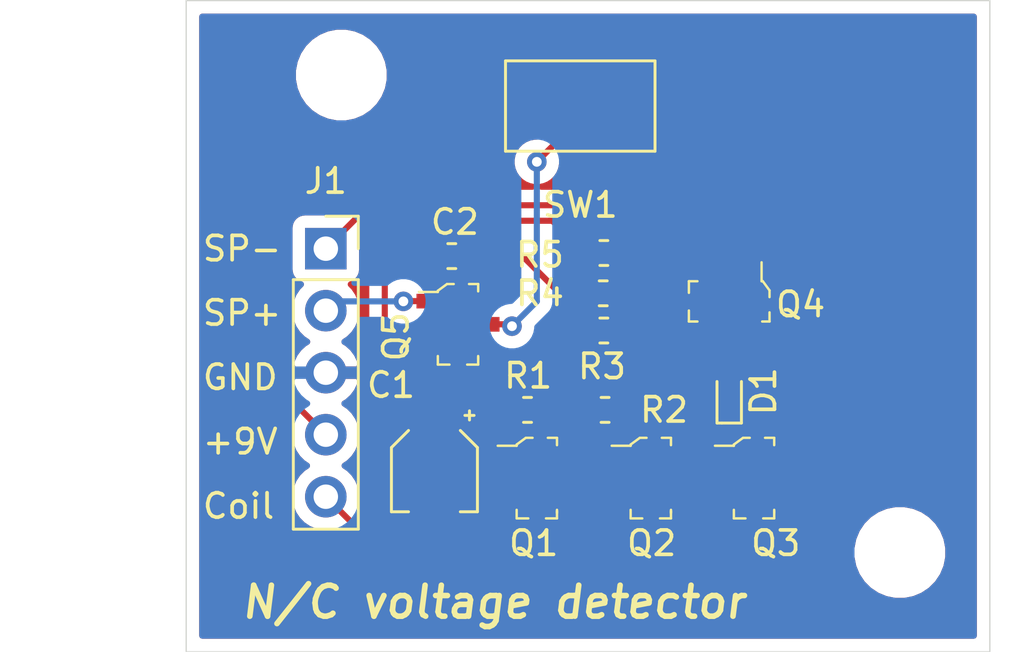
<source format=kicad_pcb>
(kicad_pcb (version 20171130) (host pcbnew 5.1.6-c6e7f7d~87~ubuntu18.04.1)

  (general
    (thickness 1.6)
    (drawings 12)
    (tracks 77)
    (zones 0)
    (modules 17)
    (nets 16)
  )

  (page A4)
  (layers
    (0 F.Cu signal)
    (31 B.Cu signal)
    (32 B.Adhes user)
    (33 F.Adhes user)
    (34 B.Paste user)
    (35 F.Paste user)
    (36 B.SilkS user)
    (37 F.SilkS user)
    (38 B.Mask user)
    (39 F.Mask user)
    (40 Dwgs.User user)
    (41 Cmts.User user)
    (42 Eco1.User user)
    (43 Eco2.User user hide)
    (44 Edge.Cuts user)
    (45 Margin user)
    (46 B.CrtYd user)
    (47 F.CrtYd user)
    (48 B.Fab user)
    (49 F.Fab user hide)
  )

  (setup
    (last_trace_width 0.25)
    (user_trace_width 0.1524)
    (user_trace_width 0.254)
    (user_trace_width 0.381)
    (user_trace_width 0.508)
    (user_trace_width 0.635)
    (trace_clearance 0.2)
    (zone_clearance 0.508)
    (zone_45_only no)
    (trace_min 0.2)
    (via_size 0.8)
    (via_drill 0.4)
    (via_min_size 0.4)
    (via_min_drill 0.3)
    (uvia_size 0.3)
    (uvia_drill 0.1)
    (uvias_allowed no)
    (uvia_min_size 0.2)
    (uvia_min_drill 0.1)
    (edge_width 0.05)
    (segment_width 0.2)
    (pcb_text_width 0.3)
    (pcb_text_size 1.5 1.5)
    (mod_edge_width 0.12)
    (mod_text_size 1 1)
    (mod_text_width 0.15)
    (pad_size 1.524 1.524)
    (pad_drill 0.762)
    (pad_to_mask_clearance 0.05)
    (aux_axis_origin 0 0)
    (visible_elements FFFFFF7F)
    (pcbplotparams
      (layerselection 0x010fc_ffffffff)
      (usegerberextensions false)
      (usegerberattributes true)
      (usegerberadvancedattributes true)
      (creategerberjobfile true)
      (excludeedgelayer true)
      (linewidth 0.100000)
      (plotframeref false)
      (viasonmask false)
      (mode 1)
      (useauxorigin false)
      (hpglpennumber 1)
      (hpglpenspeed 20)
      (hpglpendiameter 15.000000)
      (psnegative false)
      (psa4output false)
      (plotreference true)
      (plotvalue true)
      (plotinvisibletext false)
      (padsonsilk false)
      (subtractmaskfromsilk false)
      (outputformat 1)
      (mirror false)
      (drillshape 0)
      (scaleselection 1)
      (outputdirectory "../production/gerbers"))
  )

  (net 0 "")
  (net 1 GND)
  (net 2 "Net-(C1-Pad1)")
  (net 3 +9V)
  (net 4 /SP+)
  (net 5 "Net-(C2-Pad1)")
  (net 6 /SP-)
  (net 7 "Net-(Q1-Pad1)")
  (net 8 "Net-(Q1-Pad3)")
  (net 9 /Coil)
  (net 10 "Net-(Q2-Pad1)")
  (net 11 "Net-(Q2-Pad3)")
  (net 12 "Net-(Q4-Pad1)")
  (net 13 "Net-(D1-Pad2)")
  (net 14 "Net-(Q4-Pad2)")
  (net 15 "Net-(Q5-Pad2)")

  (net_class Default "This is the default net class."
    (clearance 0.2)
    (trace_width 0.25)
    (via_dia 0.8)
    (via_drill 0.4)
    (uvia_dia 0.3)
    (uvia_drill 0.1)
    (add_net +9V)
    (add_net /Coil)
    (add_net /SP+)
    (add_net /SP-)
    (add_net GND)
    (add_net "Net-(C1-Pad1)")
    (add_net "Net-(C2-Pad1)")
    (add_net "Net-(D1-Pad2)")
    (add_net "Net-(Q1-Pad1)")
    (add_net "Net-(Q1-Pad3)")
    (add_net "Net-(Q2-Pad1)")
    (add_net "Net-(Q2-Pad3)")
    (add_net "Net-(Q4-Pad1)")
    (add_net "Net-(Q4-Pad2)")
    (add_net "Net-(Q5-Pad2)")
  )

  (module Button_Switch_SMD:SW_SPST_CK_RS282G05A3 (layer F.Cu) (tedit 5A7A67D2) (tstamp 61B84B27)
    (at 159.639 88.138 180)
    (descr https://www.mouser.com/ds/2/60/RS-282G05A-SM_RT-1159762.pdf)
    (tags "SPST button tactile switch")
    (path /61C18072)
    (attr smd)
    (fp_text reference SW1 (at 0 -4.05) (layer F.SilkS)
      (effects (font (size 1 1) (thickness 0.15)))
    )
    (fp_text value SW_SPST (at 0 4.15) (layer F.Fab)
      (effects (font (size 1 1) (thickness 0.15)))
    )
    (fp_line (start 3 -1.8) (end 3 1.8) (layer F.Fab) (width 0.1))
    (fp_line (start -3 -1.8) (end -3 1.8) (layer F.Fab) (width 0.1))
    (fp_line (start -3 -1.8) (end 3 -1.8) (layer F.Fab) (width 0.1))
    (fp_line (start -3 1.8) (end 3 1.8) (layer F.Fab) (width 0.1))
    (fp_line (start -1.5 -0.8) (end -1.5 0.8) (layer F.Fab) (width 0.1))
    (fp_line (start 1.5 -0.8) (end 1.5 0.8) (layer F.Fab) (width 0.1))
    (fp_line (start -1.5 -0.8) (end 1.5 -0.8) (layer F.Fab) (width 0.1))
    (fp_line (start -1.5 0.8) (end 1.5 0.8) (layer F.Fab) (width 0.1))
    (fp_line (start -3.06 1.85) (end -3.06 -1.85) (layer F.SilkS) (width 0.12))
    (fp_line (start 3.06 1.85) (end -3.06 1.85) (layer F.SilkS) (width 0.12))
    (fp_line (start 3.06 -1.85) (end 3.06 1.85) (layer F.SilkS) (width 0.12))
    (fp_line (start -3.06 -1.85) (end 3.06 -1.85) (layer F.SilkS) (width 0.12))
    (fp_line (start -1.75 1) (end -1.75 -1) (layer F.Fab) (width 0.1))
    (fp_line (start 1.75 1) (end -1.75 1) (layer F.Fab) (width 0.1))
    (fp_line (start 1.75 -1) (end 1.75 1) (layer F.Fab) (width 0.1))
    (fp_line (start -1.75 -1) (end 1.75 -1) (layer F.Fab) (width 0.1))
    (fp_line (start -4.9 -2.05) (end 4.9 -2.05) (layer F.CrtYd) (width 0.05))
    (fp_line (start 4.9 -2.05) (end 4.9 2.05) (layer F.CrtYd) (width 0.05))
    (fp_line (start 4.9 2.05) (end -4.9 2.05) (layer F.CrtYd) (width 0.05))
    (fp_line (start -4.9 2.05) (end -4.9 -2.05) (layer F.CrtYd) (width 0.05))
    (fp_text user %R (at 0 -4.05) (layer F.Fab)
      (effects (font (size 1 1) (thickness 0.15)))
    )
    (pad 2 smd rect (at 3.9 0 180) (size 1.5 1.5) (layers F.Cu F.Paste F.Mask)
      (net 3 +9V))
    (pad 1 smd rect (at -3.9 0 180) (size 1.5 1.5) (layers F.Cu F.Paste F.Mask)
      (net 2 "Net-(C1-Pad1)"))
    (model ${KISYS3DMOD}/Button_Switch_SMD.3dshapes/SW_SPST_CK_RS282G05A3.wrl
      (at (xyz 0 0 0))
      (scale (xyz 1 1 1))
      (rotate (xyz 0 0 0))
    )
  )

  (module Connector_PinSocket_2.54mm:PinSocket_1x05_P2.54mm_Vertical (layer F.Cu) (tedit 5A19A420) (tstamp 61B81E92)
    (at 149.225 93.98)
    (descr "Through hole straight socket strip, 1x05, 2.54mm pitch, single row (from Kicad 4.0.7), script generated")
    (tags "Through hole socket strip THT 1x05 2.54mm single row")
    (path /61B85E0C)
    (fp_text reference J1 (at 0 -2.77) (layer F.SilkS)
      (effects (font (size 1 1) (thickness 0.15)))
    )
    (fp_text value Conn_01x05 (at 0 12.93) (layer F.Fab)
      (effects (font (size 1 1) (thickness 0.15)))
    )
    (fp_line (start -1.8 11.9) (end -1.8 -1.8) (layer F.CrtYd) (width 0.05))
    (fp_line (start 1.75 11.9) (end -1.8 11.9) (layer F.CrtYd) (width 0.05))
    (fp_line (start 1.75 -1.8) (end 1.75 11.9) (layer F.CrtYd) (width 0.05))
    (fp_line (start -1.8 -1.8) (end 1.75 -1.8) (layer F.CrtYd) (width 0.05))
    (fp_line (start 0 -1.33) (end 1.33 -1.33) (layer F.SilkS) (width 0.12))
    (fp_line (start 1.33 -1.33) (end 1.33 0) (layer F.SilkS) (width 0.12))
    (fp_line (start 1.33 1.27) (end 1.33 11.49) (layer F.SilkS) (width 0.12))
    (fp_line (start -1.33 11.49) (end 1.33 11.49) (layer F.SilkS) (width 0.12))
    (fp_line (start -1.33 1.27) (end -1.33 11.49) (layer F.SilkS) (width 0.12))
    (fp_line (start -1.33 1.27) (end 1.33 1.27) (layer F.SilkS) (width 0.12))
    (fp_line (start -1.27 11.43) (end -1.27 -1.27) (layer F.Fab) (width 0.1))
    (fp_line (start 1.27 11.43) (end -1.27 11.43) (layer F.Fab) (width 0.1))
    (fp_line (start 1.27 -0.635) (end 1.27 11.43) (layer F.Fab) (width 0.1))
    (fp_line (start 0.635 -1.27) (end 1.27 -0.635) (layer F.Fab) (width 0.1))
    (fp_line (start -1.27 -1.27) (end 0.635 -1.27) (layer F.Fab) (width 0.1))
    (fp_text user %R (at 0 5.08 90) (layer F.Fab)
      (effects (font (size 1 1) (thickness 0.15)))
    )
    (pad 5 thru_hole oval (at 0 10.16) (size 1.7 1.7) (drill 1) (layers *.Cu *.Mask)
      (net 9 /Coil))
    (pad 4 thru_hole oval (at 0 7.62) (size 1.7 1.7) (drill 1) (layers *.Cu *.Mask)
      (net 3 +9V))
    (pad 3 thru_hole oval (at 0 5.08) (size 1.7 1.7) (drill 1) (layers *.Cu *.Mask)
      (net 1 GND))
    (pad 2 thru_hole oval (at 0 2.54) (size 1.7 1.7) (drill 1) (layers *.Cu *.Mask)
      (net 4 /SP+))
    (pad 1 thru_hole rect (at 0 0) (size 1.7 1.7) (drill 1) (layers *.Cu *.Mask)
      (net 6 /SP-))
  )

  (module Capacitor_SMD:CP_Elec_3x5.3 (layer F.Cu) (tedit 5B303299) (tstamp 61B482F9)
    (at 153.67 102.997 270)
    (descr "SMT capacitor, aluminium electrolytic, 3x5.3, Cornell Dubilier Electronics ")
    (tags "Capacitor Electrolytic")
    (path /61B5B335)
    (attr smd)
    (fp_text reference C1 (at -3.429 1.778 180) (layer F.SilkS)
      (effects (font (size 1 1) (thickness 0.15)))
    )
    (fp_text value 10uF (at 0 2.7 90) (layer F.Fab)
      (effects (font (size 1 1) (thickness 0.15)))
    )
    (fp_circle (center 0 0) (end 1.5 0) (layer F.Fab) (width 0.1))
    (fp_line (start 1.65 -1.65) (end 1.65 1.65) (layer F.Fab) (width 0.1))
    (fp_line (start -0.825 -1.65) (end 1.65 -1.65) (layer F.Fab) (width 0.1))
    (fp_line (start -0.825 1.65) (end 1.65 1.65) (layer F.Fab) (width 0.1))
    (fp_line (start -1.65 -0.825) (end -1.65 0.825) (layer F.Fab) (width 0.1))
    (fp_line (start -1.65 -0.825) (end -0.825 -1.65) (layer F.Fab) (width 0.1))
    (fp_line (start -1.65 0.825) (end -0.825 1.65) (layer F.Fab) (width 0.1))
    (fp_line (start -1.110469 -0.8) (end -0.810469 -0.8) (layer F.Fab) (width 0.1))
    (fp_line (start -0.960469 -0.95) (end -0.960469 -0.65) (layer F.Fab) (width 0.1))
    (fp_line (start 1.76 1.76) (end 1.76 1.06) (layer F.SilkS) (width 0.12))
    (fp_line (start 1.76 -1.76) (end 1.76 -1.06) (layer F.SilkS) (width 0.12))
    (fp_line (start -0.870563 -1.76) (end 1.76 -1.76) (layer F.SilkS) (width 0.12))
    (fp_line (start -0.870563 1.76) (end 1.76 1.76) (layer F.SilkS) (width 0.12))
    (fp_line (start -1.570563 -1.06) (end -0.870563 -1.76) (layer F.SilkS) (width 0.12))
    (fp_line (start -1.570563 1.06) (end -0.870563 1.76) (layer F.SilkS) (width 0.12))
    (fp_line (start -2.375 -1.435) (end -2 -1.435) (layer F.SilkS) (width 0.12))
    (fp_line (start -2.1875 -1.6225) (end -2.1875 -1.2475) (layer F.SilkS) (width 0.12))
    (fp_line (start 1.9 -1.9) (end 1.9 -1.05) (layer F.CrtYd) (width 0.05))
    (fp_line (start 1.9 -1.05) (end 2.85 -1.05) (layer F.CrtYd) (width 0.05))
    (fp_line (start 2.85 -1.05) (end 2.85 1.05) (layer F.CrtYd) (width 0.05))
    (fp_line (start 2.85 1.05) (end 1.9 1.05) (layer F.CrtYd) (width 0.05))
    (fp_line (start 1.9 1.05) (end 1.9 1.9) (layer F.CrtYd) (width 0.05))
    (fp_line (start -0.93 1.9) (end 1.9 1.9) (layer F.CrtYd) (width 0.05))
    (fp_line (start -0.93 -1.9) (end 1.9 -1.9) (layer F.CrtYd) (width 0.05))
    (fp_line (start -1.78 1.05) (end -0.93 1.9) (layer F.CrtYd) (width 0.05))
    (fp_line (start -1.78 -1.05) (end -0.93 -1.9) (layer F.CrtYd) (width 0.05))
    (fp_line (start -1.78 -1.05) (end -2.85 -1.05) (layer F.CrtYd) (width 0.05))
    (fp_line (start -2.85 -1.05) (end -2.85 1.05) (layer F.CrtYd) (width 0.05))
    (fp_line (start -2.85 1.05) (end -1.78 1.05) (layer F.CrtYd) (width 0.05))
    (fp_text user %R (at 0 0 90) (layer F.Fab)
      (effects (font (size 0.6 0.6) (thickness 0.09)))
    )
    (pad 2 smd rect (at 1.5 0 270) (size 2.2 1.6) (layers F.Cu F.Paste F.Mask)
      (net 1 GND))
    (pad 1 smd rect (at -1.5 0 270) (size 2.2 1.6) (layers F.Cu F.Paste F.Mask)
      (net 2 "Net-(C1-Pad1)"))
    (model ${KISYS3DMOD}/Capacitor_SMD.3dshapes/CP_Elec_3x5.3.wrl
      (at (xyz 0 0 0))
      (scale (xyz 1 1 1))
      (rotate (xyz 0 0 0))
    )
  )

  (module digikey-footprints:LED_0603 (layer F.Cu) (tedit 5D2891C2) (tstamp 61B47AF2)
    (at 165.735 99.822 90)
    (path /61B598C4)
    (attr smd)
    (fp_text reference D1 (at 0 1.397 90) (layer F.SilkS)
      (effects (font (size 1 1) (thickness 0.15)))
    )
    (fp_text value LED_ALT (at 0 1.77 90) (layer F.Fab)
      (effects (font (size 1 1) (thickness 0.15)))
    )
    (fp_line (start 0.85 0.4) (end 0.85 -0.4) (layer F.Fab) (width 0.12))
    (fp_line (start -0.85 0.4) (end -0.85 -0.4) (layer F.Fab) (width 0.12))
    (fp_line (start -0.85 -0.4) (end 0.85 -0.4) (layer F.Fab) (width 0.12))
    (fp_line (start -0.85 0.4) (end 0.85 0.4) (layer F.Fab) (width 0.12))
    (fp_line (start -1.4 0.71) (end -1.4 -0.71) (layer F.CrtYd) (width 0.05))
    (fp_line (start 1.4 0.71) (end 1.4 -0.71) (layer F.CrtYd) (width 0.05))
    (fp_line (start -1.4 -0.71) (end 1.4 -0.71) (layer F.CrtYd) (width 0.05))
    (fp_line (start -1.4 0.71) (end 1.4 0.71) (layer F.CrtYd) (width 0.05))
    (fp_line (start -1.3 0.5) (end 0.4 0.5) (layer F.SilkS) (width 0.12))
    (fp_line (start -1.3 -0.3) (end -1.3 0.5) (layer F.SilkS) (width 0.12))
    (fp_line (start -1.3 -0.5) (end -1.3 -0.3) (layer F.SilkS) (width 0.12))
    (fp_line (start -1.2 -0.5) (end -1.3 -0.5) (layer F.SilkS) (width 0.12))
    (fp_line (start -1.1 -0.5) (end -1.2 -0.5) (layer F.SilkS) (width 0.12))
    (fp_line (start -1.1 -0.5) (end 0.4 -0.5) (layer F.SilkS) (width 0.12))
    (fp_line (start 0.1 0.2) (end 0.1 0) (layer F.Fab) (width 0.12))
    (fp_line (start -0.2 0) (end 0.1 0.2) (layer F.Fab) (width 0.12))
    (fp_line (start 0.1 -0.2) (end -0.2 0) (layer F.Fab) (width 0.12))
    (fp_line (start 0.1 0) (end 0.1 -0.2) (layer F.Fab) (width 0.12))
    (fp_line (start 0.5 0) (end 0.1 0) (layer F.Fab) (width 0.12))
    (fp_line (start -0.3 -0.2) (end -0.3 0.1) (layer F.Fab) (width 0.12))
    (fp_line (start -0.3 0.2) (end -0.3 0.1) (layer F.Fab) (width 0.12))
    (pad 2 smd rect (at 0.75 0 90) (size 0.8 0.8) (layers F.Cu F.Paste F.Mask)
      (net 13 "Net-(D1-Pad2)"))
    (pad 1 smd rect (at -0.75 0 90) (size 0.8 0.8) (layers F.Cu F.Paste F.Mask)
      (net 6 /SP-))
    (model ${KISYS3DMOD}/Diode_SMD.3dshapes/D_0603_1608Metric.step
      (at (xyz 0 0 0))
      (scale (xyz 1 1 1))
      (rotate (xyz 0 0 0))
    )
  )

  (module digikey-footprints:SOT-23-3 (layer F.Cu) (tedit 5D28A5E3) (tstamp 61B47744)
    (at 154.6352 97.0788)
    (path /61C3BE4F)
    (attr smd)
    (fp_text reference Q5 (at -2.54 0.508 270) (layer F.SilkS)
      (effects (font (size 1 1) (thickness 0.15)))
    )
    (fp_text value BC557BTA (at 0.025 3.25) (layer F.Fab)
      (effects (font (size 1 1) (thickness 0.15)))
    )
    (fp_line (start 0.7 1.52) (end 0.7 -1.52) (layer F.Fab) (width 0.1))
    (fp_line (start -0.7 1.52) (end 0.7 1.52) (layer F.Fab) (width 0.1))
    (fp_line (start 0.825 -1.65) (end 0.825 -1.35) (layer F.SilkS) (width 0.1))
    (fp_line (start 0.45 -1.65) (end 0.825 -1.65) (layer F.SilkS) (width 0.1))
    (fp_line (start 0.825 1.65) (end 0.375 1.65) (layer F.SilkS) (width 0.1))
    (fp_line (start 0.825 1.35) (end 0.825 1.65) (layer F.SilkS) (width 0.1))
    (fp_line (start 0.825 1.425) (end 0.825 1.3) (layer F.SilkS) (width 0.1))
    (fp_line (start -0.825 1.65) (end -0.825 1.3) (layer F.SilkS) (width 0.1))
    (fp_line (start -0.35 1.65) (end -0.825 1.65) (layer F.SilkS) (width 0.1))
    (fp_line (start -0.425 -1.525) (end -0.7 -1.325) (layer F.Fab) (width 0.1))
    (fp_line (start -0.425 -1.525) (end 0.7 -1.525) (layer F.Fab) (width 0.1))
    (fp_line (start -0.7 -1.325) (end -0.7 1.525) (layer F.Fab) (width 0.1))
    (fp_line (start -0.825 -1.325) (end -1.6 -1.325) (layer F.SilkS) (width 0.1))
    (fp_line (start -0.825 -1.375) (end -0.825 -1.325) (layer F.SilkS) (width 0.1))
    (fp_line (start -0.45 -1.65) (end -0.825 -1.375) (layer F.SilkS) (width 0.1))
    (fp_line (start -0.175 -1.65) (end -0.45 -1.65) (layer F.SilkS) (width 0.1))
    (fp_line (start 1.825 -1.95) (end 1.825 1.95) (layer F.CrtYd) (width 0.05))
    (fp_line (start 1.825 1.95) (end -1.825 1.95) (layer F.CrtYd) (width 0.05))
    (fp_line (start -1.825 -1.95) (end -1.825 1.95) (layer F.CrtYd) (width 0.05))
    (fp_line (start -1.825 -1.95) (end 1.825 -1.95) (layer F.CrtYd) (width 0.05))
    (fp_text user %R (at -0.125 0.15) (layer F.Fab)
      (effects (font (size 0.25 0.25) (thickness 0.05)))
    )
    (pad 1 smd rect (at -1.05 -0.95) (size 1.3 0.6) (layers F.Cu F.Paste F.Mask)
      (net 4 /SP+) (solder_mask_margin 0.07))
    (pad 2 smd rect (at -1.05 0.95) (size 1.3 0.6) (layers F.Cu F.Paste F.Mask)
      (net 15 "Net-(Q5-Pad2)") (solder_mask_margin 0.07))
    (pad 3 smd rect (at 1.05 0) (size 1.3 0.6) (layers F.Cu F.Paste F.Mask)
      (net 2 "Net-(C1-Pad1)") (solder_mask_margin 0.07))
    (model ${KISYS3DMOD}/Package_TO_SOT_SMD.3dshapes/SOT-23.wrl
      (at (xyz 0 0 0))
      (scale (xyz 1 1 1))
      (rotate (xyz 0 0 0))
    )
  )

  (module digikey-footprints:SOT-23-3 (layer F.Cu) (tedit 5D28A5E3) (tstamp 61B47728)
    (at 165.735 96.139 270)
    (path /61C3B462)
    (attr smd)
    (fp_text reference Q4 (at 0.127 -2.921 180) (layer F.SilkS)
      (effects (font (size 1 1) (thickness 0.15)))
    )
    (fp_text value BC547BTA (at 0.025 3.25 90) (layer F.Fab)
      (effects (font (size 1 1) (thickness 0.15)))
    )
    (fp_line (start 0.7 1.52) (end 0.7 -1.52) (layer F.Fab) (width 0.1))
    (fp_line (start -0.7 1.52) (end 0.7 1.52) (layer F.Fab) (width 0.1))
    (fp_line (start 0.825 -1.65) (end 0.825 -1.35) (layer F.SilkS) (width 0.1))
    (fp_line (start 0.45 -1.65) (end 0.825 -1.65) (layer F.SilkS) (width 0.1))
    (fp_line (start 0.825 1.65) (end 0.375 1.65) (layer F.SilkS) (width 0.1))
    (fp_line (start 0.825 1.35) (end 0.825 1.65) (layer F.SilkS) (width 0.1))
    (fp_line (start 0.825 1.425) (end 0.825 1.3) (layer F.SilkS) (width 0.1))
    (fp_line (start -0.825 1.65) (end -0.825 1.3) (layer F.SilkS) (width 0.1))
    (fp_line (start -0.35 1.65) (end -0.825 1.65) (layer F.SilkS) (width 0.1))
    (fp_line (start -0.425 -1.525) (end -0.7 -1.325) (layer F.Fab) (width 0.1))
    (fp_line (start -0.425 -1.525) (end 0.7 -1.525) (layer F.Fab) (width 0.1))
    (fp_line (start -0.7 -1.325) (end -0.7 1.525) (layer F.Fab) (width 0.1))
    (fp_line (start -0.825 -1.325) (end -1.6 -1.325) (layer F.SilkS) (width 0.1))
    (fp_line (start -0.825 -1.375) (end -0.825 -1.325) (layer F.SilkS) (width 0.1))
    (fp_line (start -0.45 -1.65) (end -0.825 -1.375) (layer F.SilkS) (width 0.1))
    (fp_line (start -0.175 -1.65) (end -0.45 -1.65) (layer F.SilkS) (width 0.1))
    (fp_line (start 1.825 -1.95) (end 1.825 1.95) (layer F.CrtYd) (width 0.05))
    (fp_line (start 1.825 1.95) (end -1.825 1.95) (layer F.CrtYd) (width 0.05))
    (fp_line (start -1.825 -1.95) (end -1.825 1.95) (layer F.CrtYd) (width 0.05))
    (fp_line (start -1.825 -1.95) (end 1.825 -1.95) (layer F.CrtYd) (width 0.05))
    (fp_text user %R (at -0.125 0.15 90) (layer F.Fab)
      (effects (font (size 0.25 0.25) (thickness 0.05)))
    )
    (pad 1 smd rect (at -1.05 -0.95 270) (size 1.3 0.6) (layers F.Cu F.Paste F.Mask)
      (net 12 "Net-(Q4-Pad1)") (solder_mask_margin 0.07))
    (pad 2 smd rect (at -1.05 0.95 270) (size 1.3 0.6) (layers F.Cu F.Paste F.Mask)
      (net 14 "Net-(Q4-Pad2)") (solder_mask_margin 0.07))
    (pad 3 smd rect (at 1.05 0 270) (size 1.3 0.6) (layers F.Cu F.Paste F.Mask)
      (net 13 "Net-(D1-Pad2)") (solder_mask_margin 0.07))
    (model ${KISYS3DMOD}/Package_TO_SOT_SMD.3dshapes/SOT-23.wrl
      (at (xyz 0 0 0))
      (scale (xyz 1 1 1))
      (rotate (xyz 0 0 0))
    )
  )

  (module digikey-footprints:SOT-23-3 (layer F.Cu) (tedit 5D28A5E3) (tstamp 61B4770C)
    (at 166.751 103.378)
    (path /61C38368)
    (attr smd)
    (fp_text reference Q3 (at 0.889 2.667) (layer F.SilkS)
      (effects (font (size 1 1) (thickness 0.15)))
    )
    (fp_text value BC547BTA (at 0.025 3.25) (layer F.Fab)
      (effects (font (size 1 1) (thickness 0.15)))
    )
    (fp_line (start 0.7 1.52) (end 0.7 -1.52) (layer F.Fab) (width 0.1))
    (fp_line (start -0.7 1.52) (end 0.7 1.52) (layer F.Fab) (width 0.1))
    (fp_line (start 0.825 -1.65) (end 0.825 -1.35) (layer F.SilkS) (width 0.1))
    (fp_line (start 0.45 -1.65) (end 0.825 -1.65) (layer F.SilkS) (width 0.1))
    (fp_line (start 0.825 1.65) (end 0.375 1.65) (layer F.SilkS) (width 0.1))
    (fp_line (start 0.825 1.35) (end 0.825 1.65) (layer F.SilkS) (width 0.1))
    (fp_line (start 0.825 1.425) (end 0.825 1.3) (layer F.SilkS) (width 0.1))
    (fp_line (start -0.825 1.65) (end -0.825 1.3) (layer F.SilkS) (width 0.1))
    (fp_line (start -0.35 1.65) (end -0.825 1.65) (layer F.SilkS) (width 0.1))
    (fp_line (start -0.425 -1.525) (end -0.7 -1.325) (layer F.Fab) (width 0.1))
    (fp_line (start -0.425 -1.525) (end 0.7 -1.525) (layer F.Fab) (width 0.1))
    (fp_line (start -0.7 -1.325) (end -0.7 1.525) (layer F.Fab) (width 0.1))
    (fp_line (start -0.825 -1.325) (end -1.6 -1.325) (layer F.SilkS) (width 0.1))
    (fp_line (start -0.825 -1.375) (end -0.825 -1.325) (layer F.SilkS) (width 0.1))
    (fp_line (start -0.45 -1.65) (end -0.825 -1.375) (layer F.SilkS) (width 0.1))
    (fp_line (start -0.175 -1.65) (end -0.45 -1.65) (layer F.SilkS) (width 0.1))
    (fp_line (start 1.825 -1.95) (end 1.825 1.95) (layer F.CrtYd) (width 0.05))
    (fp_line (start 1.825 1.95) (end -1.825 1.95) (layer F.CrtYd) (width 0.05))
    (fp_line (start -1.825 -1.95) (end -1.825 1.95) (layer F.CrtYd) (width 0.05))
    (fp_line (start -1.825 -1.95) (end 1.825 -1.95) (layer F.CrtYd) (width 0.05))
    (fp_text user %R (at -0.125 0.15) (layer F.Fab)
      (effects (font (size 0.25 0.25) (thickness 0.05)))
    )
    (pad 1 smd rect (at -1.05 -0.95) (size 1.3 0.6) (layers F.Cu F.Paste F.Mask)
      (net 6 /SP-) (solder_mask_margin 0.07))
    (pad 2 smd rect (at -1.05 0.95) (size 1.3 0.6) (layers F.Cu F.Paste F.Mask)
      (net 11 "Net-(Q2-Pad3)") (solder_mask_margin 0.07))
    (pad 3 smd rect (at 1.05 0) (size 1.3 0.6) (layers F.Cu F.Paste F.Mask)
      (net 1 GND) (solder_mask_margin 0.07))
    (model ${KISYS3DMOD}/Package_TO_SOT_SMD.3dshapes/SOT-23.wrl
      (at (xyz 0 0 0))
      (scale (xyz 1 1 1))
      (rotate (xyz 0 0 0))
    )
  )

  (module digikey-footprints:SOT-23-3 (layer F.Cu) (tedit 5D28A5E3) (tstamp 61B476F0)
    (at 162.526 103.378)
    (path /61C3527B)
    (attr smd)
    (fp_text reference Q2 (at 0.034 2.667) (layer F.SilkS)
      (effects (font (size 1 1) (thickness 0.15)))
    )
    (fp_text value BC547BTA (at 0.025 3.25) (layer F.Fab)
      (effects (font (size 1 1) (thickness 0.15)))
    )
    (fp_line (start 0.7 1.52) (end 0.7 -1.52) (layer F.Fab) (width 0.1))
    (fp_line (start -0.7 1.52) (end 0.7 1.52) (layer F.Fab) (width 0.1))
    (fp_line (start 0.825 -1.65) (end 0.825 -1.35) (layer F.SilkS) (width 0.1))
    (fp_line (start 0.45 -1.65) (end 0.825 -1.65) (layer F.SilkS) (width 0.1))
    (fp_line (start 0.825 1.65) (end 0.375 1.65) (layer F.SilkS) (width 0.1))
    (fp_line (start 0.825 1.35) (end 0.825 1.65) (layer F.SilkS) (width 0.1))
    (fp_line (start 0.825 1.425) (end 0.825 1.3) (layer F.SilkS) (width 0.1))
    (fp_line (start -0.825 1.65) (end -0.825 1.3) (layer F.SilkS) (width 0.1))
    (fp_line (start -0.35 1.65) (end -0.825 1.65) (layer F.SilkS) (width 0.1))
    (fp_line (start -0.425 -1.525) (end -0.7 -1.325) (layer F.Fab) (width 0.1))
    (fp_line (start -0.425 -1.525) (end 0.7 -1.525) (layer F.Fab) (width 0.1))
    (fp_line (start -0.7 -1.325) (end -0.7 1.525) (layer F.Fab) (width 0.1))
    (fp_line (start -0.825 -1.325) (end -1.6 -1.325) (layer F.SilkS) (width 0.1))
    (fp_line (start -0.825 -1.375) (end -0.825 -1.325) (layer F.SilkS) (width 0.1))
    (fp_line (start -0.45 -1.65) (end -0.825 -1.375) (layer F.SilkS) (width 0.1))
    (fp_line (start -0.175 -1.65) (end -0.45 -1.65) (layer F.SilkS) (width 0.1))
    (fp_line (start 1.825 -1.95) (end 1.825 1.95) (layer F.CrtYd) (width 0.05))
    (fp_line (start 1.825 1.95) (end -1.825 1.95) (layer F.CrtYd) (width 0.05))
    (fp_line (start -1.825 -1.95) (end -1.825 1.95) (layer F.CrtYd) (width 0.05))
    (fp_line (start -1.825 -1.95) (end 1.825 -1.95) (layer F.CrtYd) (width 0.05))
    (fp_text user %R (at -0.125 0.15) (layer F.Fab)
      (effects (font (size 0.25 0.25) (thickness 0.05)))
    )
    (pad 1 smd rect (at -1.05 -0.95) (size 1.3 0.6) (layers F.Cu F.Paste F.Mask)
      (net 10 "Net-(Q2-Pad1)") (solder_mask_margin 0.07))
    (pad 2 smd rect (at -1.05 0.95) (size 1.3 0.6) (layers F.Cu F.Paste F.Mask)
      (net 8 "Net-(Q1-Pad3)") (solder_mask_margin 0.07))
    (pad 3 smd rect (at 1.05 0) (size 1.3 0.6) (layers F.Cu F.Paste F.Mask)
      (net 11 "Net-(Q2-Pad3)") (solder_mask_margin 0.07))
    (model ${KISYS3DMOD}/Package_TO_SOT_SMD.3dshapes/SOT-23.wrl
      (at (xyz 0 0 0))
      (scale (xyz 1 1 1))
      (rotate (xyz 0 0 0))
    )
  )

  (module digikey-footprints:SOT-23-3 (layer F.Cu) (tedit 5D28A5E3) (tstamp 61B46F17)
    (at 157.861 103.378)
    (path /61BB6051)
    (attr smd)
    (fp_text reference Q1 (at -0.127 2.667) (layer F.SilkS)
      (effects (font (size 1 1) (thickness 0.15)))
    )
    (fp_text value BC547BTA (at 0.025 3.25) (layer F.Fab)
      (effects (font (size 1 1) (thickness 0.15)))
    )
    (fp_line (start 0.7 1.52) (end 0.7 -1.52) (layer F.Fab) (width 0.1))
    (fp_line (start -0.7 1.52) (end 0.7 1.52) (layer F.Fab) (width 0.1))
    (fp_line (start 0.825 -1.65) (end 0.825 -1.35) (layer F.SilkS) (width 0.1))
    (fp_line (start 0.45 -1.65) (end 0.825 -1.65) (layer F.SilkS) (width 0.1))
    (fp_line (start 0.825 1.65) (end 0.375 1.65) (layer F.SilkS) (width 0.1))
    (fp_line (start 0.825 1.35) (end 0.825 1.65) (layer F.SilkS) (width 0.1))
    (fp_line (start 0.825 1.425) (end 0.825 1.3) (layer F.SilkS) (width 0.1))
    (fp_line (start -0.825 1.65) (end -0.825 1.3) (layer F.SilkS) (width 0.1))
    (fp_line (start -0.35 1.65) (end -0.825 1.65) (layer F.SilkS) (width 0.1))
    (fp_line (start -0.425 -1.525) (end -0.7 -1.325) (layer F.Fab) (width 0.1))
    (fp_line (start -0.425 -1.525) (end 0.7 -1.525) (layer F.Fab) (width 0.1))
    (fp_line (start -0.7 -1.325) (end -0.7 1.525) (layer F.Fab) (width 0.1))
    (fp_line (start -0.825 -1.325) (end -1.6 -1.325) (layer F.SilkS) (width 0.1))
    (fp_line (start -0.825 -1.375) (end -0.825 -1.325) (layer F.SilkS) (width 0.1))
    (fp_line (start -0.45 -1.65) (end -0.825 -1.375) (layer F.SilkS) (width 0.1))
    (fp_line (start -0.175 -1.65) (end -0.45 -1.65) (layer F.SilkS) (width 0.1))
    (fp_line (start 1.825 -1.95) (end 1.825 1.95) (layer F.CrtYd) (width 0.05))
    (fp_line (start 1.825 1.95) (end -1.825 1.95) (layer F.CrtYd) (width 0.05))
    (fp_line (start -1.825 -1.95) (end -1.825 1.95) (layer F.CrtYd) (width 0.05))
    (fp_line (start -1.825 -1.95) (end 1.825 -1.95) (layer F.CrtYd) (width 0.05))
    (fp_text user %R (at -0.125 0.15) (layer F.Fab)
      (effects (font (size 0.25 0.25) (thickness 0.05)))
    )
    (pad 1 smd rect (at -1.05 -0.95) (size 1.3 0.6) (layers F.Cu F.Paste F.Mask)
      (net 7 "Net-(Q1-Pad1)") (solder_mask_margin 0.07))
    (pad 2 smd rect (at -1.05 0.95) (size 1.3 0.6) (layers F.Cu F.Paste F.Mask)
      (net 9 /Coil) (solder_mask_margin 0.07))
    (pad 3 smd rect (at 1.05 0) (size 1.3 0.6) (layers F.Cu F.Paste F.Mask)
      (net 8 "Net-(Q1-Pad3)") (solder_mask_margin 0.07))
    (model ${KISYS3DMOD}/Package_TO_SOT_SMD.3dshapes/SOT-23.wrl
      (at (xyz 0 0 0))
      (scale (xyz 1 1 1))
      (rotate (xyz 0 0 0))
    )
  )

  (module Resistor_SMD:R_0603_1608Metric (layer F.Cu) (tedit 5B301BBD) (tstamp 61B46FC4)
    (at 160.6042 94.1578)
    (descr "Resistor SMD 0603 (1608 Metric), square (rectangular) end terminal, IPC_7351 nominal, (Body size source: http://www.tortai-tech.com/upload/download/2011102023233369053.pdf), generated with kicad-footprint-generator")
    (tags resistor)
    (path /61B5A42F)
    (attr smd)
    (fp_text reference R5 (at -2.6162 0.0762) (layer F.SilkS)
      (effects (font (size 1 1) (thickness 0.15)))
    )
    (fp_text value 100R (at 0 1.43) (layer F.Fab)
      (effects (font (size 1 1) (thickness 0.15)))
    )
    (fp_line (start 1.48 0.73) (end -1.48 0.73) (layer F.CrtYd) (width 0.05))
    (fp_line (start 1.48 -0.73) (end 1.48 0.73) (layer F.CrtYd) (width 0.05))
    (fp_line (start -1.48 -0.73) (end 1.48 -0.73) (layer F.CrtYd) (width 0.05))
    (fp_line (start -1.48 0.73) (end -1.48 -0.73) (layer F.CrtYd) (width 0.05))
    (fp_line (start -0.162779 0.51) (end 0.162779 0.51) (layer F.SilkS) (width 0.12))
    (fp_line (start -0.162779 -0.51) (end 0.162779 -0.51) (layer F.SilkS) (width 0.12))
    (fp_line (start 0.8 0.4) (end -0.8 0.4) (layer F.Fab) (width 0.1))
    (fp_line (start 0.8 -0.4) (end 0.8 0.4) (layer F.Fab) (width 0.1))
    (fp_line (start -0.8 -0.4) (end 0.8 -0.4) (layer F.Fab) (width 0.1))
    (fp_line (start -0.8 0.4) (end -0.8 -0.4) (layer F.Fab) (width 0.1))
    (fp_text user %R (at 0 0) (layer F.Fab)
      (effects (font (size 0.4 0.4) (thickness 0.06)))
    )
    (pad 2 smd roundrect (at 0.7875 0) (size 0.875 0.95) (layers F.Cu F.Paste F.Mask) (roundrect_rratio 0.25)
      (net 12 "Net-(Q4-Pad1)"))
    (pad 1 smd roundrect (at -0.7875 0) (size 0.875 0.95) (layers F.Cu F.Paste F.Mask) (roundrect_rratio 0.25)
      (net 15 "Net-(Q5-Pad2)"))
    (model ${KISYS3DMOD}/Resistor_SMD.3dshapes/R_0603_1608Metric.wrl
      (at (xyz 0 0 0))
      (scale (xyz 1 1 1))
      (rotate (xyz 0 0 0))
    )
  )

  (module Resistor_SMD:R_0603_1608Metric (layer F.Cu) (tedit 5B301BBD) (tstamp 61B46FB3)
    (at 160.5787 95.8088)
    (descr "Resistor SMD 0603 (1608 Metric), square (rectangular) end terminal, IPC_7351 nominal, (Body size source: http://www.tortai-tech.com/upload/download/2011102023233369053.pdf), generated with kicad-footprint-generator")
    (tags resistor)
    (path /61B3F9B1)
    (attr smd)
    (fp_text reference R4 (at -2.5907 0) (layer F.SilkS)
      (effects (font (size 1 1) (thickness 0.15)))
    )
    (fp_text value 1K (at 0 1.43) (layer F.Fab)
      (effects (font (size 1 1) (thickness 0.15)))
    )
    (fp_line (start 1.48 0.73) (end -1.48 0.73) (layer F.CrtYd) (width 0.05))
    (fp_line (start 1.48 -0.73) (end 1.48 0.73) (layer F.CrtYd) (width 0.05))
    (fp_line (start -1.48 -0.73) (end 1.48 -0.73) (layer F.CrtYd) (width 0.05))
    (fp_line (start -1.48 0.73) (end -1.48 -0.73) (layer F.CrtYd) (width 0.05))
    (fp_line (start -0.162779 0.51) (end 0.162779 0.51) (layer F.SilkS) (width 0.12))
    (fp_line (start -0.162779 -0.51) (end 0.162779 -0.51) (layer F.SilkS) (width 0.12))
    (fp_line (start 0.8 0.4) (end -0.8 0.4) (layer F.Fab) (width 0.1))
    (fp_line (start 0.8 -0.4) (end 0.8 0.4) (layer F.Fab) (width 0.1))
    (fp_line (start -0.8 -0.4) (end 0.8 -0.4) (layer F.Fab) (width 0.1))
    (fp_line (start -0.8 0.4) (end -0.8 -0.4) (layer F.Fab) (width 0.1))
    (fp_text user %R (at 0 0) (layer F.Fab)
      (effects (font (size 0.4 0.4) (thickness 0.06)))
    )
    (pad 2 smd roundrect (at 0.7875 0) (size 0.875 0.95) (layers F.Cu F.Paste F.Mask) (roundrect_rratio 0.25)
      (net 14 "Net-(Q4-Pad2)"))
    (pad 1 smd roundrect (at -0.7875 0) (size 0.875 0.95) (layers F.Cu F.Paste F.Mask) (roundrect_rratio 0.25)
      (net 5 "Net-(C2-Pad1)"))
    (model ${KISYS3DMOD}/Resistor_SMD.3dshapes/R_0603_1608Metric.wrl
      (at (xyz 0 0 0))
      (scale (xyz 1 1 1))
      (rotate (xyz 0 0 0))
    )
  )

  (module Resistor_SMD:R_0603_1608Metric (layer F.Cu) (tedit 5B301BBD) (tstamp 61B46FA2)
    (at 160.6042 97.3328)
    (descr "Resistor SMD 0603 (1608 Metric), square (rectangular) end terminal, IPC_7351 nominal, (Body size source: http://www.tortai-tech.com/upload/download/2011102023233369053.pdf), generated with kicad-footprint-generator")
    (tags resistor)
    (path /61B399A6)
    (attr smd)
    (fp_text reference R3 (at -0.0762 1.4732) (layer F.SilkS)
      (effects (font (size 1 1) (thickness 0.15)))
    )
    (fp_text value 56K (at 0 1.43) (layer F.Fab)
      (effects (font (size 1 1) (thickness 0.15)))
    )
    (fp_line (start 1.48 0.73) (end -1.48 0.73) (layer F.CrtYd) (width 0.05))
    (fp_line (start 1.48 -0.73) (end 1.48 0.73) (layer F.CrtYd) (width 0.05))
    (fp_line (start -1.48 -0.73) (end 1.48 -0.73) (layer F.CrtYd) (width 0.05))
    (fp_line (start -1.48 0.73) (end -1.48 -0.73) (layer F.CrtYd) (width 0.05))
    (fp_line (start -0.162779 0.51) (end 0.162779 0.51) (layer F.SilkS) (width 0.12))
    (fp_line (start -0.162779 -0.51) (end 0.162779 -0.51) (layer F.SilkS) (width 0.12))
    (fp_line (start 0.8 0.4) (end -0.8 0.4) (layer F.Fab) (width 0.1))
    (fp_line (start 0.8 -0.4) (end 0.8 0.4) (layer F.Fab) (width 0.1))
    (fp_line (start -0.8 -0.4) (end 0.8 -0.4) (layer F.Fab) (width 0.1))
    (fp_line (start -0.8 0.4) (end -0.8 -0.4) (layer F.Fab) (width 0.1))
    (fp_text user %R (at 0 0) (layer F.Fab)
      (effects (font (size 0.4 0.4) (thickness 0.06)))
    )
    (pad 2 smd roundrect (at 0.7875 0) (size 0.875 0.95) (layers F.Cu F.Paste F.Mask) (roundrect_rratio 0.25)
      (net 14 "Net-(Q4-Pad2)"))
    (pad 1 smd roundrect (at -0.7875 0) (size 0.875 0.95) (layers F.Cu F.Paste F.Mask) (roundrect_rratio 0.25)
      (net 2 "Net-(C1-Pad1)"))
    (model ${KISYS3DMOD}/Resistor_SMD.3dshapes/R_0603_1608Metric.wrl
      (at (xyz 0 0 0))
      (scale (xyz 1 1 1))
      (rotate (xyz 0 0 0))
    )
  )

  (module Resistor_SMD:R_0603_1608Metric (layer F.Cu) (tedit 5B301BBD) (tstamp 61B46F91)
    (at 160.655 100.584)
    (descr "Resistor SMD 0603 (1608 Metric), square (rectangular) end terminal, IPC_7351 nominal, (Body size source: http://www.tortai-tech.com/upload/download/2011102023233369053.pdf), generated with kicad-footprint-generator")
    (tags resistor)
    (path /61B1B7E0)
    (attr smd)
    (fp_text reference R2 (at 2.413 0 180) (layer F.SilkS)
      (effects (font (size 1 1) (thickness 0.15)))
    )
    (fp_text value 100K (at 0 1.43) (layer F.Fab)
      (effects (font (size 1 1) (thickness 0.15)))
    )
    (fp_line (start 1.48 0.73) (end -1.48 0.73) (layer F.CrtYd) (width 0.05))
    (fp_line (start 1.48 -0.73) (end 1.48 0.73) (layer F.CrtYd) (width 0.05))
    (fp_line (start -1.48 -0.73) (end 1.48 -0.73) (layer F.CrtYd) (width 0.05))
    (fp_line (start -1.48 0.73) (end -1.48 -0.73) (layer F.CrtYd) (width 0.05))
    (fp_line (start -0.162779 0.51) (end 0.162779 0.51) (layer F.SilkS) (width 0.12))
    (fp_line (start -0.162779 -0.51) (end 0.162779 -0.51) (layer F.SilkS) (width 0.12))
    (fp_line (start 0.8 0.4) (end -0.8 0.4) (layer F.Fab) (width 0.1))
    (fp_line (start 0.8 -0.4) (end 0.8 0.4) (layer F.Fab) (width 0.1))
    (fp_line (start -0.8 -0.4) (end 0.8 -0.4) (layer F.Fab) (width 0.1))
    (fp_line (start -0.8 0.4) (end -0.8 -0.4) (layer F.Fab) (width 0.1))
    (fp_text user %R (at 0 0) (layer F.Fab)
      (effects (font (size 0.4 0.4) (thickness 0.06)))
    )
    (pad 2 smd roundrect (at 0.7875 0) (size 0.875 0.95) (layers F.Cu F.Paste F.Mask) (roundrect_rratio 0.25)
      (net 10 "Net-(Q2-Pad1)"))
    (pad 1 smd roundrect (at -0.7875 0) (size 0.875 0.95) (layers F.Cu F.Paste F.Mask) (roundrect_rratio 0.25)
      (net 2 "Net-(C1-Pad1)"))
    (model ${KISYS3DMOD}/Resistor_SMD.3dshapes/R_0603_1608Metric.wrl
      (at (xyz 0 0 0))
      (scale (xyz 1 1 1))
      (rotate (xyz 0 0 0))
    )
  )

  (module Resistor_SMD:R_0603_1608Metric (layer F.Cu) (tedit 5B301BBD) (tstamp 61B46F80)
    (at 157.48 100.584 180)
    (descr "Resistor SMD 0603 (1608 Metric), square (rectangular) end terminal, IPC_7351 nominal, (Body size source: http://www.tortai-tech.com/upload/download/2011102023233369053.pdf), generated with kicad-footprint-generator")
    (tags resistor)
    (path /61B0AB8F)
    (attr smd)
    (fp_text reference R1 (at -0.0255 1.397 180) (layer F.SilkS)
      (effects (font (size 1 1) (thickness 0.15)))
    )
    (fp_text value 1M (at 0 1.43) (layer F.Fab)
      (effects (font (size 1 1) (thickness 0.15)))
    )
    (fp_line (start 1.48 0.73) (end -1.48 0.73) (layer F.CrtYd) (width 0.05))
    (fp_line (start 1.48 -0.73) (end 1.48 0.73) (layer F.CrtYd) (width 0.05))
    (fp_line (start -1.48 -0.73) (end 1.48 -0.73) (layer F.CrtYd) (width 0.05))
    (fp_line (start -1.48 0.73) (end -1.48 -0.73) (layer F.CrtYd) (width 0.05))
    (fp_line (start -0.162779 0.51) (end 0.162779 0.51) (layer F.SilkS) (width 0.12))
    (fp_line (start -0.162779 -0.51) (end 0.162779 -0.51) (layer F.SilkS) (width 0.12))
    (fp_line (start 0.8 0.4) (end -0.8 0.4) (layer F.Fab) (width 0.1))
    (fp_line (start 0.8 -0.4) (end 0.8 0.4) (layer F.Fab) (width 0.1))
    (fp_line (start -0.8 -0.4) (end 0.8 -0.4) (layer F.Fab) (width 0.1))
    (fp_line (start -0.8 0.4) (end -0.8 -0.4) (layer F.Fab) (width 0.1))
    (fp_text user %R (at 0 0) (layer F.Fab)
      (effects (font (size 0.4 0.4) (thickness 0.06)))
    )
    (pad 2 smd roundrect (at 0.7875 0 180) (size 0.875 0.95) (layers F.Cu F.Paste F.Mask) (roundrect_rratio 0.25)
      (net 7 "Net-(Q1-Pad1)"))
    (pad 1 smd roundrect (at -0.7875 0 180) (size 0.875 0.95) (layers F.Cu F.Paste F.Mask) (roundrect_rratio 0.25)
      (net 2 "Net-(C1-Pad1)"))
    (model ${KISYS3DMOD}/Resistor_SMD.3dshapes/R_0603_1608Metric.wrl
      (at (xyz 0 0 0))
      (scale (xyz 1 1 1))
      (rotate (xyz 0 0 0))
    )
  )

  (module Capacitor_SMD:C_0603_1608Metric (layer F.Cu) (tedit 5B301BBE) (tstamp 61B46EB7)
    (at 154.3812 94.2848 180)
    (descr "Capacitor SMD 0603 (1608 Metric), square (rectangular) end terminal, IPC_7351 nominal, (Body size source: http://www.tortai-tech.com/upload/download/2011102023233369053.pdf), generated with kicad-footprint-generator")
    (tags capacitor)
    (path /61B40E37)
    (attr smd)
    (fp_text reference C2 (at -0.127 1.397) (layer F.SilkS)
      (effects (font (size 1 1) (thickness 0.15)))
    )
    (fp_text value 47nF (at 0 1.43) (layer F.Fab)
      (effects (font (size 1 1) (thickness 0.15)))
    )
    (fp_line (start 1.48 0.73) (end -1.48 0.73) (layer F.CrtYd) (width 0.05))
    (fp_line (start 1.48 -0.73) (end 1.48 0.73) (layer F.CrtYd) (width 0.05))
    (fp_line (start -1.48 -0.73) (end 1.48 -0.73) (layer F.CrtYd) (width 0.05))
    (fp_line (start -1.48 0.73) (end -1.48 -0.73) (layer F.CrtYd) (width 0.05))
    (fp_line (start -0.162779 0.51) (end 0.162779 0.51) (layer F.SilkS) (width 0.12))
    (fp_line (start -0.162779 -0.51) (end 0.162779 -0.51) (layer F.SilkS) (width 0.12))
    (fp_line (start 0.8 0.4) (end -0.8 0.4) (layer F.Fab) (width 0.1))
    (fp_line (start 0.8 -0.4) (end 0.8 0.4) (layer F.Fab) (width 0.1))
    (fp_line (start -0.8 -0.4) (end 0.8 -0.4) (layer F.Fab) (width 0.1))
    (fp_line (start -0.8 0.4) (end -0.8 -0.4) (layer F.Fab) (width 0.1))
    (fp_text user %R (at 0 0) (layer F.Fab)
      (effects (font (size 0.4 0.4) (thickness 0.06)))
    )
    (pad 2 smd roundrect (at 0.7875 0 180) (size 0.875 0.95) (layers F.Cu F.Paste F.Mask) (roundrect_rratio 0.25)
      (net 4 /SP+))
    (pad 1 smd roundrect (at -0.7875 0 180) (size 0.875 0.95) (layers F.Cu F.Paste F.Mask) (roundrect_rratio 0.25)
      (net 5 "Net-(C2-Pad1)"))
    (model ${KISYS3DMOD}/Capacitor_SMD.3dshapes/C_0603_1608Metric.wrl
      (at (xyz 0 0 0))
      (scale (xyz 1 1 1))
      (rotate (xyz 0 0 0))
    )
  )

  (module MountingHole:MountingHole_2.7mm_M2.5 (layer F.Cu) (tedit 56D1B4CB) (tstamp 61A8CCDD)
    (at 172.72 106.426)
    (descr "Mounting Hole 2.7mm, no annular, M2.5")
    (tags "mounting hole 2.7mm no annular m2.5")
    (path /61B14D6F)
    (attr virtual)
    (fp_text reference H2 (at -4.064 2.286) (layer F.SilkS) hide
      (effects (font (size 1 1) (thickness 0.15)))
    )
    (fp_text value MountingHole (at 0 3.7) (layer F.Fab)
      (effects (font (size 1 1) (thickness 0.15)))
    )
    (fp_circle (center 0 0) (end 2.7 0) (layer Cmts.User) (width 0.15))
    (fp_circle (center 0 0) (end 2.95 0) (layer F.CrtYd) (width 0.05))
    (fp_text user %R (at 0.3 0) (layer F.Fab)
      (effects (font (size 1 1) (thickness 0.15)))
    )
    (pad 1 np_thru_hole circle (at 0 0) (size 2.7 2.7) (drill 2.7) (layers *.Cu *.Mask))
  )

  (module MountingHole:MountingHole_2.7mm_M2.5 (layer F.Cu) (tedit 56D1B4CB) (tstamp 61A8D2F5)
    (at 149.86 86.868)
    (descr "Mounting Hole 2.7mm, no annular, M2.5")
    (tags "mounting hole 2.7mm no annular m2.5")
    (path /61B1347B)
    (attr virtual)
    (fp_text reference H1 (at 0 -3.7) (layer F.SilkS) hide
      (effects (font (size 1 1) (thickness 0.15)))
    )
    (fp_text value MountingHole (at 0 3.7) (layer F.Fab)
      (effects (font (size 1 1) (thickness 0.15)))
    )
    (fp_circle (center 0 0) (end 2.7 0) (layer Cmts.User) (width 0.15))
    (fp_circle (center 0 0) (end 2.95 0) (layer F.CrtYd) (width 0.05))
    (fp_text user %R (at 0.3 0) (layer F.Fab)
      (effects (font (size 1 1) (thickness 0.15)))
    )
    (pad 1 np_thru_hole circle (at 0 0) (size 2.7 2.7) (drill 2.7) (layers *.Cu *.Mask))
  )

  (gr_text GND (at 145.724571 99.2505) (layer F.SilkS) (tstamp 61B85015)
    (effects (font (size 1 1) (thickness 0.15)))
  )
  (gr_text Coil (at 145.653143 104.521) (layer F.SilkS) (tstamp 61B8212E)
    (effects (font (size 1 1) (thickness 0.15)))
  )
  (gr_text 12/9/2021 (at 170.561 85.725) (layer F.Mask) (tstamp 61B1086F)
    (effects (font (size 1 1) (thickness 0.15) italic))
  )
  (gr_text +9V (at 145.724571 101.88575) (layer F.SilkS) (tstamp 61B10858)
    (effects (font (size 1 1) (thickness 0.15)))
  )
  (gr_text SP- (at 145.796 93.98) (layer F.SilkS) (tstamp 61AB6076)
    (effects (font (size 1 1) (thickness 0.15)))
  )
  (gr_text "N/C voltage detector\n" (at 145.669 108.458) (layer F.SilkS)
    (effects (font (size 1.27 1.27) (thickness 0.2286) italic) (justify left))
  )
  (gr_text "JF Saraceno" (at 163.703 108.585) (layer B.Mask) (tstamp 61A8E090)
    (effects (font (size 1 1) (thickness 0.15) italic) (justify mirror))
  )
  (gr_text SP+ (at 145.796 96.61525) (layer F.SilkS) (tstamp 61A8DF49)
    (effects (font (size 1 1) (thickness 0.15)))
  )
  (gr_line (start 176.403 83.82) (end 143.51 83.82) (layer Edge.Cuts) (width 0.05))
  (gr_line (start 176.403 110.49) (end 176.403 83.82) (layer Edge.Cuts) (width 0.05))
  (gr_line (start 143.51 110.49) (end 176.403 110.49) (layer Edge.Cuts) (width 0.05))
  (gr_line (start 143.51 83.82) (end 143.51 110.49) (layer Edge.Cuts) (width 0.05))

  (via (at 157.861 90.424) (size 0.8) (drill 0.4) (layers F.Cu B.Cu) (net 2))
  (via (at 156.845 97.155) (size 0.8) (drill 0.4) (layers F.Cu B.Cu) (net 2))
  (segment (start 158.2675 100.584) (end 159.8675 100.584) (width 0.25) (layer F.Cu) (net 2))
  (segment (start 153.67 100.076) (end 153.67 101.497) (width 0.25) (layer F.Cu) (net 2))
  (segment (start 154.432 99.314) (end 153.67 100.076) (width 0.25) (layer F.Cu) (net 2))
  (segment (start 158.2675 100.584) (end 158.2675 99.8475) (width 0.25) (layer F.Cu) (net 2))
  (segment (start 158.2675 99.8475) (end 157.734 99.314) (width 0.25) (layer F.Cu) (net 2))
  (segment (start 155.6852 99.2972) (end 155.702 99.314) (width 0.25) (layer F.Cu) (net 2))
  (segment (start 155.6852 97.0788) (end 155.6852 99.2972) (width 0.25) (layer F.Cu) (net 2))
  (segment (start 157.734 99.314) (end 155.702 99.314) (width 0.25) (layer F.Cu) (net 2))
  (segment (start 155.702 99.314) (end 154.432 99.314) (width 0.25) (layer F.Cu) (net 2))
  (segment (start 159.8167 97.3328) (end 159.2072 97.3328) (width 0.25) (layer F.Cu) (net 2))
  (segment (start 157.734 98.806) (end 157.734 99.314) (width 0.25) (layer F.Cu) (net 2))
  (segment (start 159.2072 97.3328) (end 157.734 98.806) (width 0.25) (layer F.Cu) (net 2))
  (segment (start 156.7688 97.0788) (end 156.845 97.155) (width 0.25) (layer F.Cu) (net 2))
  (segment (start 155.6852 97.0788) (end 156.7688 97.0788) (width 0.25) (layer F.Cu) (net 2))
  (segment (start 157.861 96.139) (end 156.845 97.155) (width 0.25) (layer B.Cu) (net 2))
  (segment (start 157.861 90.424) (end 157.861 96.139) (width 0.25) (layer B.Cu) (net 2))
  (segment (start 160.147 88.138) (end 157.861 90.424) (width 0.25) (layer F.Cu) (net 2))
  (segment (start 163.539 88.138) (end 160.147 88.138) (width 0.25) (layer F.Cu) (net 2))
  (segment (start 146.431 98.806) (end 149.225 101.6) (width 0.25) (layer F.Cu) (net 3))
  (segment (start 146.431 91.44) (end 146.431 98.806) (width 0.25) (layer F.Cu) (net 3))
  (segment (start 155.739 88.138) (end 154.94 88.138) (width 0.25) (layer F.Cu) (net 3))
  (segment (start 147.193 90.678) (end 146.431 91.44) (width 0.25) (layer F.Cu) (net 3))
  (segment (start 152.4 90.678) (end 147.193 90.678) (width 0.25) (layer F.Cu) (net 3))
  (segment (start 154.94 88.138) (end 152.4 90.678) (width 0.25) (layer F.Cu) (net 3))
  (via (at 152.4 96.139) (size 0.8) (drill 0.4) (layers F.Cu B.Cu) (net 4))
  (segment (start 153.5937 96.1203) (end 153.5852 96.1288) (width 0.381) (layer F.Cu) (net 4))
  (segment (start 153.5937 94.2848) (end 153.5937 96.1203) (width 0.381) (layer F.Cu) (net 4))
  (segment (start 152.4102 96.1288) (end 152.4 96.139) (width 0.25) (layer F.Cu) (net 4))
  (segment (start 153.5852 96.1288) (end 152.4102 96.1288) (width 0.25) (layer F.Cu) (net 4))
  (segment (start 149.606 96.139) (end 149.225 96.52) (width 0.25) (layer B.Cu) (net 4))
  (segment (start 152.4 96.139) (end 149.606 96.139) (width 0.25) (layer B.Cu) (net 4))
  (segment (start 159.7912 95.8088) (end 158.8008 95.8088) (width 0.25) (layer F.Cu) (net 5))
  (segment (start 157.2768 94.2848) (end 155.1687 94.2848) (width 0.25) (layer F.Cu) (net 5))
  (segment (start 158.8008 95.8088) (end 157.2768 94.2848) (width 0.25) (layer F.Cu) (net 5))
  (segment (start 165.735 102.394) (end 165.701 102.428) (width 0.25) (layer F.Cu) (net 6))
  (segment (start 165.735 100.572) (end 165.735 102.394) (width 0.25) (layer F.Cu) (net 6))
  (segment (start 168.656 93.98) (end 166.878 92.202) (width 0.25) (layer F.Cu) (net 6))
  (segment (start 165.735 100.572) (end 167.144 100.572) (width 0.25) (layer F.Cu) (net 6))
  (segment (start 151.003 92.202) (end 149.225 93.98) (width 0.25) (layer F.Cu) (net 6))
  (segment (start 166.878 92.202) (end 151.003 92.202) (width 0.25) (layer F.Cu) (net 6))
  (segment (start 168.656 99.06) (end 168.656 93.98) (width 0.25) (layer F.Cu) (net 6))
  (segment (start 167.144 100.572) (end 168.656 99.06) (width 0.25) (layer F.Cu) (net 6))
  (segment (start 156.6925 102.3095) (end 156.811 102.428) (width 0.25) (layer F.Cu) (net 7))
  (segment (start 156.6925 100.584) (end 156.6925 102.3095) (width 0.25) (layer F.Cu) (net 7))
  (segment (start 158.911 103.378) (end 158.911 104.047) (width 0.25) (layer F.Cu) (net 8))
  (segment (start 159.192 104.328) (end 161.476 104.328) (width 0.25) (layer F.Cu) (net 8))
  (segment (start 158.911 104.047) (end 159.192 104.328) (width 0.25) (layer F.Cu) (net 8))
  (segment (start 149.225 104.14) (end 152.273 107.188) (width 0.25) (layer F.Cu) (net 9))
  (segment (start 152.273 107.188) (end 156.21 107.188) (width 0.25) (layer F.Cu) (net 9))
  (segment (start 156.811 106.587) (end 156.811 104.328) (width 0.25) (layer F.Cu) (net 9))
  (segment (start 156.21 107.188) (end 156.811 106.587) (width 0.25) (layer F.Cu) (net 9))
  (segment (start 161.4425 102.3945) (end 161.476 102.428) (width 0.25) (layer F.Cu) (net 10))
  (segment (start 161.4425 100.584) (end 161.4425 102.3945) (width 0.25) (layer F.Cu) (net 10))
  (segment (start 165.701 103.632) (end 165.701 104.328) (width 0.25) (layer F.Cu) (net 11))
  (segment (start 163.576 103.378) (end 165.447 103.378) (width 0.25) (layer F.Cu) (net 11))
  (segment (start 165.447 103.378) (end 165.701 103.632) (width 0.25) (layer F.Cu) (net 11))
  (segment (start 161.8235 93.726) (end 161.3917 94.1578) (width 0.25) (layer F.Cu) (net 12))
  (segment (start 166.116 93.726) (end 161.8235 93.726) (width 0.25) (layer F.Cu) (net 12))
  (segment (start 166.685 95.089) (end 166.685 94.295) (width 0.25) (layer F.Cu) (net 12))
  (segment (start 166.685 94.295) (end 166.116 93.726) (width 0.25) (layer F.Cu) (net 12))
  (segment (start 165.735 97.189) (end 165.735 99.072) (width 0.25) (layer F.Cu) (net 13))
  (segment (start 164.785 95.089) (end 163.991 95.089) (width 0.25) (layer F.Cu) (net 14))
  (segment (start 163.991 95.089) (end 163.322 95.758) (width 0.25) (layer F.Cu) (net 14))
  (segment (start 161.417 95.758) (end 161.3662 95.8088) (width 0.25) (layer F.Cu) (net 14))
  (segment (start 163.322 95.758) (end 161.417 95.758) (width 0.25) (layer F.Cu) (net 14))
  (segment (start 161.3662 97.3073) (end 161.3917 97.3328) (width 0.25) (layer F.Cu) (net 14))
  (segment (start 161.3662 95.8088) (end 161.3662 97.3073) (width 0.25) (layer F.Cu) (net 14))
  (segment (start 159.14369 93.48479) (end 159.14369 93.48469) (width 0.25) (layer F.Cu) (net 15))
  (segment (start 159.8167 94.1578) (end 159.14369 93.48479) (width 0.25) (layer F.Cu) (net 15))
  (segment (start 159.14369 93.48469) (end 158.496 92.837) (width 0.25) (layer F.Cu) (net 15))
  (segment (start 158.496 92.837) (end 152.527 92.837) (width 0.25) (layer F.Cu) (net 15))
  (segment (start 152.527 92.837) (end 151.638 93.726) (width 0.25) (layer F.Cu) (net 15))
  (segment (start 151.638 93.726) (end 151.638 97.282) (width 0.25) (layer F.Cu) (net 15))
  (segment (start 152.3848 98.0288) (end 153.5852 98.0288) (width 0.25) (layer F.Cu) (net 15))
  (segment (start 151.638 97.282) (end 152.3848 98.0288) (width 0.25) (layer F.Cu) (net 15))

  (zone (net 1) (net_name GND) (layer F.Cu) (tstamp 61B851A1) (hatch edge 0.508)
    (connect_pads (clearance 0.508))
    (min_thickness 0.254)
    (fill yes (arc_segments 32) (thermal_gap 0.508) (thermal_bridge_width 0.508))
    (polygon
      (pts
        (xy 177.8 110.49) (xy 135.89 110.49) (xy 135.89 83.82) (xy 177.8 83.82)
      )
    )
    (filled_polygon
      (pts
        (xy 175.743 109.83) (xy 144.17 109.83) (xy 144.17 91.44) (xy 145.667324 91.44) (xy 145.671 91.477322)
        (xy 145.671001 98.768667) (xy 145.667324 98.806) (xy 145.671001 98.843333) (xy 145.673916 98.872924) (xy 145.681998 98.954985)
        (xy 145.725454 99.098246) (xy 145.796026 99.230276) (xy 145.85095 99.2972) (xy 145.891 99.346001) (xy 145.919998 99.369799)
        (xy 147.78379 101.233592) (xy 147.74 101.45374) (xy 147.74 101.74626) (xy 147.797068 102.033158) (xy 147.90901 102.303411)
        (xy 148.071525 102.546632) (xy 148.278368 102.753475) (xy 148.45276 102.87) (xy 148.278368 102.986525) (xy 148.071525 103.193368)
        (xy 147.90901 103.436589) (xy 147.797068 103.706842) (xy 147.74 103.99374) (xy 147.74 104.28626) (xy 147.797068 104.573158)
        (xy 147.90901 104.843411) (xy 148.071525 105.086632) (xy 148.278368 105.293475) (xy 148.521589 105.45599) (xy 148.791842 105.567932)
        (xy 149.07874 105.625) (xy 149.37126 105.625) (xy 149.591408 105.581209) (xy 151.709201 107.699003) (xy 151.732999 107.728001)
        (xy 151.761997 107.751799) (xy 151.848723 107.822974) (xy 151.980753 107.893546) (xy 152.124014 107.937003) (xy 152.235667 107.948)
        (xy 152.235677 107.948) (xy 152.273 107.951676) (xy 152.310323 107.948) (xy 156.172678 107.948) (xy 156.21 107.951676)
        (xy 156.247322 107.948) (xy 156.247333 107.948) (xy 156.358986 107.937003) (xy 156.502247 107.893546) (xy 156.634276 107.822974)
        (xy 156.750001 107.728001) (xy 156.773803 107.698998) (xy 157.322004 107.150798) (xy 157.351001 107.127001) (xy 157.445974 107.011276)
        (xy 157.516546 106.879247) (xy 157.560003 106.735986) (xy 157.571 106.624333) (xy 157.571 106.624324) (xy 157.574676 106.587001)
        (xy 157.571 106.549678) (xy 157.571 106.230495) (xy 170.735 106.230495) (xy 170.735 106.621505) (xy 170.811282 107.005003)
        (xy 170.960915 107.36625) (xy 171.178149 107.691364) (xy 171.454636 107.967851) (xy 171.77975 108.185085) (xy 172.140997 108.334718)
        (xy 172.524495 108.411) (xy 172.915505 108.411) (xy 173.299003 108.334718) (xy 173.66025 108.185085) (xy 173.985364 107.967851)
        (xy 174.261851 107.691364) (xy 174.479085 107.36625) (xy 174.628718 107.005003) (xy 174.705 106.621505) (xy 174.705 106.230495)
        (xy 174.628718 105.846997) (xy 174.479085 105.48575) (xy 174.261851 105.160636) (xy 173.985364 104.884149) (xy 173.66025 104.666915)
        (xy 173.299003 104.517282) (xy 172.915505 104.441) (xy 172.524495 104.441) (xy 172.140997 104.517282) (xy 171.77975 104.666915)
        (xy 171.454636 104.884149) (xy 171.178149 105.160636) (xy 170.960915 105.48575) (xy 170.811282 105.846997) (xy 170.735 106.230495)
        (xy 157.571 106.230495) (xy 157.571 105.255238) (xy 157.585482 105.253812) (xy 157.70518 105.217502) (xy 157.815494 105.158537)
        (xy 157.912185 105.079185) (xy 157.991537 104.982494) (xy 158.050502 104.87218) (xy 158.086812 104.752482) (xy 158.099072 104.628)
        (xy 158.099072 104.292453) (xy 158.136518 104.303812) (xy 158.196498 104.309719) (xy 158.205454 104.339246) (xy 158.276026 104.471276)
        (xy 158.313783 104.517282) (xy 158.371 104.587001) (xy 158.399998 104.610799) (xy 158.628196 104.838997) (xy 158.651999 104.868001)
        (xy 158.767724 104.962974) (xy 158.899753 105.033546) (xy 159.043014 105.077003) (xy 159.154667 105.088) (xy 159.154677 105.088)
        (xy 159.191999 105.091676) (xy 159.229322 105.088) (xy 160.385556 105.088) (xy 160.471506 105.158537) (xy 160.58182 105.217502)
        (xy 160.701518 105.253812) (xy 160.826 105.266072) (xy 162.126 105.266072) (xy 162.250482 105.253812) (xy 162.37018 105.217502)
        (xy 162.480494 105.158537) (xy 162.577185 105.079185) (xy 162.656537 104.982494) (xy 162.715502 104.87218) (xy 162.751812 104.752482)
        (xy 162.764072 104.628) (xy 162.764072 104.292453) (xy 162.801518 104.303812) (xy 162.926 104.316072) (xy 164.226 104.316072)
        (xy 164.350482 104.303812) (xy 164.412928 104.284869) (xy 164.412928 104.628) (xy 164.425188 104.752482) (xy 164.461498 104.87218)
        (xy 164.520463 104.982494) (xy 164.599815 105.079185) (xy 164.696506 105.158537) (xy 164.80682 105.217502) (xy 164.926518 105.253812)
        (xy 165.051 105.266072) (xy 166.351 105.266072) (xy 166.475482 105.253812) (xy 166.59518 105.217502) (xy 166.705494 105.158537)
        (xy 166.802185 105.079185) (xy 166.881537 104.982494) (xy 166.940502 104.87218) (xy 166.976812 104.752482) (xy 166.989072 104.628)
        (xy 166.989072 104.292453) (xy 167.026518 104.303812) (xy 167.151 104.316072) (xy 167.51525 104.313) (xy 167.674 104.15425)
        (xy 167.674 103.505) (xy 167.928 103.505) (xy 167.928 104.15425) (xy 168.08675 104.313) (xy 168.451 104.316072)
        (xy 168.575482 104.303812) (xy 168.69518 104.267502) (xy 168.805494 104.208537) (xy 168.902185 104.129185) (xy 168.981537 104.032494)
        (xy 169.040502 103.92218) (xy 169.076812 103.802482) (xy 169.089072 103.678) (xy 169.086 103.66375) (xy 168.92725 103.505)
        (xy 167.928 103.505) (xy 167.674 103.505) (xy 166.714678 103.505) (xy 166.705494 103.497463) (xy 166.59518 103.438498)
        (xy 166.475482 103.402188) (xy 166.423945 103.397112) (xy 166.412687 103.359997) (xy 166.475482 103.353812) (xy 166.59518 103.317502)
        (xy 166.705494 103.258537) (xy 166.714678 103.251) (xy 167.674 103.251) (xy 167.674 102.60175) (xy 167.928 102.60175)
        (xy 167.928 103.251) (xy 168.92725 103.251) (xy 169.086 103.09225) (xy 169.089072 103.078) (xy 169.076812 102.953518)
        (xy 169.040502 102.83382) (xy 168.981537 102.723506) (xy 168.902185 102.626815) (xy 168.805494 102.547463) (xy 168.69518 102.488498)
        (xy 168.575482 102.452188) (xy 168.451 102.439928) (xy 168.08675 102.443) (xy 167.928 102.60175) (xy 167.674 102.60175)
        (xy 167.51525 102.443) (xy 167.151 102.439928) (xy 167.026518 102.452188) (xy 166.989072 102.463547) (xy 166.989072 102.128)
        (xy 166.976812 102.003518) (xy 166.940502 101.88382) (xy 166.881537 101.773506) (xy 166.802185 101.676815) (xy 166.705494 101.597463)
        (xy 166.59518 101.538498) (xy 166.495 101.508109) (xy 166.495 101.498018) (xy 166.586185 101.423185) (xy 166.661018 101.332)
        (xy 167.106678 101.332) (xy 167.144 101.335676) (xy 167.181322 101.332) (xy 167.181333 101.332) (xy 167.292986 101.321003)
        (xy 167.436247 101.277546) (xy 167.568276 101.206974) (xy 167.684001 101.112001) (xy 167.707804 101.082997) (xy 169.167004 99.623798)
        (xy 169.196001 99.600001) (xy 169.250226 99.533928) (xy 169.290974 99.484277) (xy 169.361546 99.352247) (xy 169.373148 99.314)
        (xy 169.405003 99.208986) (xy 169.416 99.097333) (xy 169.416 99.097323) (xy 169.419676 99.06) (xy 169.416 99.022677)
        (xy 169.416 94.017325) (xy 169.419676 93.98) (xy 169.416 93.942675) (xy 169.416 93.942667) (xy 169.405003 93.831014)
        (xy 169.361546 93.687753) (xy 169.290974 93.555724) (xy 169.196001 93.439999) (xy 169.167003 93.416201) (xy 167.441804 91.691003)
        (xy 167.418001 91.661999) (xy 167.302276 91.567026) (xy 167.170247 91.496454) (xy 167.026986 91.452997) (xy 166.915333 91.442)
        (xy 166.915322 91.442) (xy 166.878 91.438324) (xy 166.840678 91.442) (xy 158.048404 91.442) (xy 158.162898 91.419226)
        (xy 158.351256 91.341205) (xy 158.520774 91.227937) (xy 158.664937 91.083774) (xy 158.778205 90.914256) (xy 158.856226 90.725898)
        (xy 158.896 90.525939) (xy 158.896 90.463801) (xy 160.461802 88.898) (xy 162.151913 88.898) (xy 162.163188 89.012482)
        (xy 162.199498 89.13218) (xy 162.258463 89.242494) (xy 162.337815 89.339185) (xy 162.434506 89.418537) (xy 162.54482 89.477502)
        (xy 162.664518 89.513812) (xy 162.789 89.526072) (xy 164.289 89.526072) (xy 164.413482 89.513812) (xy 164.53318 89.477502)
        (xy 164.643494 89.418537) (xy 164.740185 89.339185) (xy 164.819537 89.242494) (xy 164.878502 89.13218) (xy 164.914812 89.012482)
        (xy 164.927072 88.888) (xy 164.927072 87.388) (xy 164.914812 87.263518) (xy 164.878502 87.14382) (xy 164.819537 87.033506)
        (xy 164.740185 86.936815) (xy 164.643494 86.857463) (xy 164.53318 86.798498) (xy 164.413482 86.762188) (xy 164.289 86.749928)
        (xy 162.789 86.749928) (xy 162.664518 86.762188) (xy 162.54482 86.798498) (xy 162.434506 86.857463) (xy 162.337815 86.936815)
        (xy 162.258463 87.033506) (xy 162.199498 87.14382) (xy 162.163188 87.263518) (xy 162.151913 87.378) (xy 160.184322 87.378)
        (xy 160.146999 87.374324) (xy 160.109676 87.378) (xy 160.109667 87.378) (xy 159.998014 87.388997) (xy 159.854753 87.432454)
        (xy 159.722724 87.503026) (xy 159.606999 87.597999) (xy 159.583201 87.626997) (xy 157.821199 89.389) (xy 157.759061 89.389)
        (xy 157.559102 89.428774) (xy 157.370744 89.506795) (xy 157.201226 89.620063) (xy 157.057063 89.764226) (xy 156.943795 89.933744)
        (xy 156.865774 90.122102) (xy 156.826 90.322061) (xy 156.826 90.525939) (xy 156.865774 90.725898) (xy 156.943795 90.914256)
        (xy 157.057063 91.083774) (xy 157.201226 91.227937) (xy 157.370744 91.341205) (xy 157.559102 91.419226) (xy 157.673596 91.442)
        (xy 151.040325 91.442) (xy 151.003 91.438324) (xy 150.965675 91.442) (xy 150.965667 91.442) (xy 150.854014 91.452997)
        (xy 150.710753 91.496454) (xy 150.578724 91.567026) (xy 150.462999 91.661999) (xy 150.439201 91.690997) (xy 149.63827 92.491928)
        (xy 148.375 92.491928) (xy 148.250518 92.504188) (xy 148.13082 92.540498) (xy 148.020506 92.599463) (xy 147.923815 92.678815)
        (xy 147.844463 92.775506) (xy 147.785498 92.88582) (xy 147.749188 93.005518) (xy 147.736928 93.13) (xy 147.736928 94.83)
        (xy 147.749188 94.954482) (xy 147.785498 95.07418) (xy 147.844463 95.184494) (xy 147.923815 95.281185) (xy 148.020506 95.360537)
        (xy 148.13082 95.419502) (xy 148.20338 95.441513) (xy 148.071525 95.573368) (xy 147.90901 95.816589) (xy 147.797068 96.086842)
        (xy 147.74 96.37374) (xy 147.74 96.66626) (xy 147.797068 96.953158) (xy 147.90901 97.223411) (xy 148.071525 97.466632)
        (xy 148.278368 97.673475) (xy 148.460534 97.795195) (xy 148.343645 97.864822) (xy 148.127412 98.059731) (xy 147.953359 98.29308)
        (xy 147.828175 98.555901) (xy 147.783524 98.70311) (xy 147.904844 98.932998) (xy 147.74 98.932998) (xy 147.74 99.040199)
        (xy 147.191 98.491199) (xy 147.191 91.754801) (xy 147.507802 91.438) (xy 152.362678 91.438) (xy 152.4 91.441676)
        (xy 152.437322 91.438) (xy 152.437333 91.438) (xy 152.548986 91.427003) (xy 152.692247 91.383546) (xy 152.824276 91.312974)
        (xy 152.940001 91.218001) (xy 152.963804 91.188997) (xy 154.699516 89.453286) (xy 154.74482 89.477502) (xy 154.864518 89.513812)
        (xy 154.989 89.526072) (xy 156.489 89.526072) (xy 156.613482 89.513812) (xy 156.73318 89.477502) (xy 156.843494 89.418537)
        (xy 156.940185 89.339185) (xy 157.019537 89.242494) (xy 157.078502 89.13218) (xy 157.114812 89.012482) (xy 157.127072 88.888)
        (xy 157.127072 87.388) (xy 157.114812 87.263518) (xy 157.078502 87.14382) (xy 157.019537 87.033506) (xy 156.940185 86.936815)
        (xy 156.843494 86.857463) (xy 156.73318 86.798498) (xy 156.613482 86.762188) (xy 156.489 86.749928) (xy 154.989 86.749928)
        (xy 154.864518 86.762188) (xy 154.74482 86.798498) (xy 154.634506 86.857463) (xy 154.537815 86.936815) (xy 154.458463 87.033506)
        (xy 154.399498 87.14382) (xy 154.363188 87.263518) (xy 154.350928 87.388) (xy 154.350928 87.652269) (xy 152.085199 89.918)
        (xy 147.230325 89.918) (xy 147.193 89.914324) (xy 147.155675 89.918) (xy 147.155667 89.918) (xy 147.044014 89.928997)
        (xy 146.900753 89.972454) (xy 146.768724 90.043026) (xy 146.652999 90.137999) (xy 146.629201 90.166998) (xy 145.920002 90.876197)
        (xy 145.890999 90.899999) (xy 145.838474 90.964001) (xy 145.796026 91.015724) (xy 145.725455 91.147753) (xy 145.725454 91.147754)
        (xy 145.681997 91.291015) (xy 145.671 91.402668) (xy 145.671 91.402678) (xy 145.667324 91.44) (xy 144.17 91.44)
        (xy 144.17 86.672495) (xy 147.875 86.672495) (xy 147.875 87.063505) (xy 147.951282 87.447003) (xy 148.100915 87.80825)
        (xy 148.318149 88.133364) (xy 148.594636 88.409851) (xy 148.91975 88.627085) (xy 149.280997 88.776718) (xy 149.664495 88.853)
        (xy 150.055505 88.853) (xy 150.439003 88.776718) (xy 150.80025 88.627085) (xy 151.125364 88.409851) (xy 151.401851 88.133364)
        (xy 151.619085 87.80825) (xy 151.768718 87.447003) (xy 151.845 87.063505) (xy 151.845 86.672495) (xy 151.768718 86.288997)
        (xy 151.619085 85.92775) (xy 151.401851 85.602636) (xy 151.125364 85.326149) (xy 150.80025 85.108915) (xy 150.439003 84.959282)
        (xy 150.055505 84.883) (xy 149.664495 84.883) (xy 149.280997 84.959282) (xy 148.91975 85.108915) (xy 148.594636 85.326149)
        (xy 148.318149 85.602636) (xy 148.100915 85.92775) (xy 147.951282 86.288997) (xy 147.875 86.672495) (xy 144.17 86.672495)
        (xy 144.17 84.48) (xy 175.743001 84.48)
      )
    )
    (filled_polygon
      (pts
        (xy 151.127002 93.162197) (xy 151.097999 93.185999) (xy 151.056185 93.23695) (xy 151.003026 93.301724) (xy 150.938371 93.422685)
        (xy 150.932454 93.433754) (xy 150.888997 93.577015) (xy 150.878 93.688668) (xy 150.878 93.688678) (xy 150.874324 93.726)
        (xy 150.878 93.763323) (xy 150.878001 97.244668) (xy 150.874324 97.282) (xy 150.878001 97.319333) (xy 150.888998 97.430986)
        (xy 150.896672 97.456285) (xy 150.932454 97.574246) (xy 151.003026 97.706276) (xy 151.044717 97.757076) (xy 151.098 97.822001)
        (xy 151.126998 97.845799) (xy 151.821001 98.539802) (xy 151.844799 98.568801) (xy 151.960524 98.663774) (xy 152.092553 98.734346)
        (xy 152.235814 98.777803) (xy 152.347467 98.7888) (xy 152.347475 98.7888) (xy 152.3848 98.792476) (xy 152.422125 98.7888)
        (xy 152.494756 98.7888) (xy 152.580706 98.859337) (xy 152.69102 98.918302) (xy 152.810718 98.954612) (xy 152.9352 98.966872)
        (xy 153.704326 98.966872) (xy 153.159002 99.512197) (xy 153.129999 99.535999) (xy 153.091839 99.582498) (xy 153.035026 99.651724)
        (xy 152.977724 99.758928) (xy 152.87 99.758928) (xy 152.745518 99.771188) (xy 152.62582 99.807498) (xy 152.515506 99.866463)
        (xy 152.418815 99.945815) (xy 152.339463 100.042506) (xy 152.280498 100.15282) (xy 152.244188 100.272518) (xy 152.231928 100.397)
        (xy 152.231928 102.597) (xy 152.244188 102.721482) (xy 152.280498 102.84118) (xy 152.339463 102.951494) (xy 152.376809 102.997)
        (xy 152.339463 103.042506) (xy 152.280498 103.15282) (xy 152.244188 103.272518) (xy 152.231928 103.397) (xy 152.235 104.21125)
        (xy 152.39375 104.37) (xy 153.543 104.37) (xy 153.543 104.35) (xy 153.797 104.35) (xy 153.797 104.37)
        (xy 154.94625 104.37) (xy 155.105 104.21125) (xy 155.108072 103.397) (xy 155.095812 103.272518) (xy 155.059502 103.15282)
        (xy 155.000537 103.042506) (xy 154.963191 102.997) (xy 155.000537 102.951494) (xy 155.059502 102.84118) (xy 155.095812 102.721482)
        (xy 155.108072 102.597) (xy 155.108072 100.397) (xy 155.095812 100.272518) (xy 155.059502 100.15282) (xy 155.017371 100.074)
        (xy 155.659659 100.074) (xy 155.633392 100.160592) (xy 155.616928 100.32775) (xy 155.616928 100.84025) (xy 155.633392 101.007408)
        (xy 155.68215 101.168142) (xy 155.761329 101.316275) (xy 155.867885 101.446115) (xy 155.932501 101.499143) (xy 155.932501 101.533741)
        (xy 155.91682 101.538498) (xy 155.806506 101.597463) (xy 155.709815 101.676815) (xy 155.630463 101.773506) (xy 155.571498 101.88382)
        (xy 155.535188 102.003518) (xy 155.522928 102.128) (xy 155.522928 102.728) (xy 155.535188 102.852482) (xy 155.571498 102.97218)
        (xy 155.630463 103.082494) (xy 155.709815 103.179185) (xy 155.806506 103.258537) (xy 155.91682 103.317502) (xy 156.036518 103.353812)
        (xy 156.161 103.366072) (xy 157.461 103.366072) (xy 157.585482 103.353812) (xy 157.622928 103.342453) (xy 157.622928 103.413547)
        (xy 157.585482 103.402188) (xy 157.461 103.389928) (xy 156.161 103.389928) (xy 156.036518 103.402188) (xy 155.91682 103.438498)
        (xy 155.806506 103.497463) (xy 155.709815 103.576815) (xy 155.630463 103.673506) (xy 155.571498 103.78382) (xy 155.535188 103.903518)
        (xy 155.522928 104.028) (xy 155.522928 104.628) (xy 155.535188 104.752482) (xy 155.571498 104.87218) (xy 155.630463 104.982494)
        (xy 155.709815 105.079185) (xy 155.806506 105.158537) (xy 155.91682 105.217502) (xy 156.036518 105.253812) (xy 156.051001 105.255238)
        (xy 156.051 106.272198) (xy 155.895199 106.428) (xy 152.587802 106.428) (xy 151.756802 105.597) (xy 152.231928 105.597)
        (xy 152.244188 105.721482) (xy 152.280498 105.84118) (xy 152.339463 105.951494) (xy 152.418815 106.048185) (xy 152.515506 106.127537)
        (xy 152.62582 106.186502) (xy 152.745518 106.222812) (xy 152.87 106.235072) (xy 153.38425 106.232) (xy 153.543 106.07325)
        (xy 153.543 104.624) (xy 153.797 104.624) (xy 153.797 106.07325) (xy 153.95575 106.232) (xy 154.47 106.235072)
        (xy 154.594482 106.222812) (xy 154.71418 106.186502) (xy 154.824494 106.127537) (xy 154.921185 106.048185) (xy 155.000537 105.951494)
        (xy 155.059502 105.84118) (xy 155.095812 105.721482) (xy 155.108072 105.597) (xy 155.105 104.78275) (xy 154.94625 104.624)
        (xy 153.797 104.624) (xy 153.543 104.624) (xy 152.39375 104.624) (xy 152.235 104.78275) (xy 152.231928 105.597)
        (xy 151.756802 105.597) (xy 150.666209 104.506408) (xy 150.71 104.28626) (xy 150.71 103.99374) (xy 150.652932 103.706842)
        (xy 150.54099 103.436589) (xy 150.378475 103.193368) (xy 150.171632 102.986525) (xy 149.99724 102.87) (xy 150.171632 102.753475)
        (xy 150.378475 102.546632) (xy 150.54099 102.303411) (xy 150.652932 102.033158) (xy 150.71 101.74626) (xy 150.71 101.45374)
        (xy 150.652932 101.166842) (xy 150.54099 100.896589) (xy 150.378475 100.653368) (xy 150.171632 100.446525) (xy 149.989466 100.324805)
        (xy 150.106355 100.255178) (xy 150.322588 100.060269) (xy 150.496641 99.82692) (xy 150.621825 99.564099) (xy 150.666476 99.41689)
        (xy 150.545155 99.187) (xy 149.352 99.187) (xy 149.352 99.207) (xy 149.098 99.207) (xy 149.098 99.187)
        (xy 149.078 99.187) (xy 149.078 98.933) (xy 149.098 98.933) (xy 149.098 98.913) (xy 149.352 98.913)
        (xy 149.352 98.933) (xy 150.545155 98.933) (xy 150.666476 98.70311) (xy 150.621825 98.555901) (xy 150.496641 98.29308)
        (xy 150.322588 98.059731) (xy 150.106355 97.864822) (xy 149.989466 97.795195) (xy 150.171632 97.673475) (xy 150.378475 97.466632)
        (xy 150.54099 97.223411) (xy 150.652932 96.953158) (xy 150.71 96.66626) (xy 150.71 96.37374) (xy 150.652932 96.086842)
        (xy 150.54099 95.816589) (xy 150.378475 95.573368) (xy 150.24662 95.441513) (xy 150.31918 95.419502) (xy 150.429494 95.360537)
        (xy 150.526185 95.281185) (xy 150.605537 95.184494) (xy 150.664502 95.07418) (xy 150.700812 94.954482) (xy 150.713072 94.83)
        (xy 150.713072 93.56673) (xy 151.317802 92.962) (xy 151.327199 92.962)
      )
    )
  )
  (zone (net 1) (net_name GND) (layer B.Cu) (tstamp 61B8519E) (hatch edge 0.508)
    (connect_pads (clearance 0.508))
    (min_thickness 0.254)
    (fill yes (arc_segments 32) (thermal_gap 0.508) (thermal_bridge_width 0.508))
    (polygon
      (pts
        (xy 177.8 110.49) (xy 135.89 110.49) (xy 135.89 83.82) (xy 177.8 83.82)
      )
    )
    (filled_polygon
      (pts
        (xy 175.743 109.83) (xy 144.17 109.83) (xy 144.17 106.230495) (xy 170.735 106.230495) (xy 170.735 106.621505)
        (xy 170.811282 107.005003) (xy 170.960915 107.36625) (xy 171.178149 107.691364) (xy 171.454636 107.967851) (xy 171.77975 108.185085)
        (xy 172.140997 108.334718) (xy 172.524495 108.411) (xy 172.915505 108.411) (xy 173.299003 108.334718) (xy 173.66025 108.185085)
        (xy 173.985364 107.967851) (xy 174.261851 107.691364) (xy 174.479085 107.36625) (xy 174.628718 107.005003) (xy 174.705 106.621505)
        (xy 174.705 106.230495) (xy 174.628718 105.846997) (xy 174.479085 105.48575) (xy 174.261851 105.160636) (xy 173.985364 104.884149)
        (xy 173.66025 104.666915) (xy 173.299003 104.517282) (xy 172.915505 104.441) (xy 172.524495 104.441) (xy 172.140997 104.517282)
        (xy 171.77975 104.666915) (xy 171.454636 104.884149) (xy 171.178149 105.160636) (xy 170.960915 105.48575) (xy 170.811282 105.846997)
        (xy 170.735 106.230495) (xy 144.17 106.230495) (xy 144.17 101.45374) (xy 147.74 101.45374) (xy 147.74 101.74626)
        (xy 147.797068 102.033158) (xy 147.90901 102.303411) (xy 148.071525 102.546632) (xy 148.278368 102.753475) (xy 148.45276 102.87)
        (xy 148.278368 102.986525) (xy 148.071525 103.193368) (xy 147.90901 103.436589) (xy 147.797068 103.706842) (xy 147.74 103.99374)
        (xy 147.74 104.28626) (xy 147.797068 104.573158) (xy 147.90901 104.843411) (xy 148.071525 105.086632) (xy 148.278368 105.293475)
        (xy 148.521589 105.45599) (xy 148.791842 105.567932) (xy 149.07874 105.625) (xy 149.37126 105.625) (xy 149.658158 105.567932)
        (xy 149.928411 105.45599) (xy 150.171632 105.293475) (xy 150.378475 105.086632) (xy 150.54099 104.843411) (xy 150.652932 104.573158)
        (xy 150.71 104.28626) (xy 150.71 103.99374) (xy 150.652932 103.706842) (xy 150.54099 103.436589) (xy 150.378475 103.193368)
        (xy 150.171632 102.986525) (xy 149.99724 102.87) (xy 150.171632 102.753475) (xy 150.378475 102.546632) (xy 150.54099 102.303411)
        (xy 150.652932 102.033158) (xy 150.71 101.74626) (xy 150.71 101.45374) (xy 150.652932 101.166842) (xy 150.54099 100.896589)
        (xy 150.378475 100.653368) (xy 150.171632 100.446525) (xy 149.989466 100.324805) (xy 150.106355 100.255178) (xy 150.322588 100.060269)
        (xy 150.496641 99.82692) (xy 150.621825 99.564099) (xy 150.666476 99.41689) (xy 150.545155 99.187) (xy 149.352 99.187)
        (xy 149.352 99.207) (xy 149.098 99.207) (xy 149.098 99.187) (xy 147.904845 99.187) (xy 147.783524 99.41689)
        (xy 147.828175 99.564099) (xy 147.953359 99.82692) (xy 148.127412 100.060269) (xy 148.343645 100.255178) (xy 148.460534 100.324805)
        (xy 148.278368 100.446525) (xy 148.071525 100.653368) (xy 147.90901 100.896589) (xy 147.797068 101.166842) (xy 147.74 101.45374)
        (xy 144.17 101.45374) (xy 144.17 93.13) (xy 147.736928 93.13) (xy 147.736928 94.83) (xy 147.749188 94.954482)
        (xy 147.785498 95.07418) (xy 147.844463 95.184494) (xy 147.923815 95.281185) (xy 148.020506 95.360537) (xy 148.13082 95.419502)
        (xy 148.20338 95.441513) (xy 148.071525 95.573368) (xy 147.90901 95.816589) (xy 147.797068 96.086842) (xy 147.74 96.37374)
        (xy 147.74 96.66626) (xy 147.797068 96.953158) (xy 147.90901 97.223411) (xy 148.071525 97.466632) (xy 148.278368 97.673475)
        (xy 148.460534 97.795195) (xy 148.343645 97.864822) (xy 148.127412 98.059731) (xy 147.953359 98.29308) (xy 147.828175 98.555901)
        (xy 147.783524 98.70311) (xy 147.904845 98.933) (xy 149.098 98.933) (xy 149.098 98.913) (xy 149.352 98.913)
        (xy 149.352 98.933) (xy 150.545155 98.933) (xy 150.666476 98.70311) (xy 150.621825 98.555901) (xy 150.496641 98.29308)
        (xy 150.322588 98.059731) (xy 150.106355 97.864822) (xy 149.989466 97.795195) (xy 150.171632 97.673475) (xy 150.378475 97.466632)
        (xy 150.54099 97.223411) (xy 150.652932 96.953158) (xy 150.663705 96.899) (xy 151.696289 96.899) (xy 151.740226 96.942937)
        (xy 151.909744 97.056205) (xy 152.098102 97.134226) (xy 152.298061 97.174) (xy 152.501939 97.174) (xy 152.701898 97.134226)
        (xy 152.890256 97.056205) (xy 152.894961 97.053061) (xy 155.81 97.053061) (xy 155.81 97.256939) (xy 155.849774 97.456898)
        (xy 155.927795 97.645256) (xy 156.041063 97.814774) (xy 156.185226 97.958937) (xy 156.354744 98.072205) (xy 156.543102 98.150226)
        (xy 156.743061 98.19) (xy 156.946939 98.19) (xy 157.146898 98.150226) (xy 157.335256 98.072205) (xy 157.504774 97.958937)
        (xy 157.648937 97.814774) (xy 157.762205 97.645256) (xy 157.840226 97.456898) (xy 157.88 97.256939) (xy 157.88 97.194801)
        (xy 158.372003 96.702799) (xy 158.401001 96.679001) (xy 158.441826 96.629256) (xy 158.495974 96.563277) (xy 158.566546 96.431247)
        (xy 158.58399 96.37374) (xy 158.610003 96.287986) (xy 158.621 96.176333) (xy 158.621 96.176323) (xy 158.624676 96.139)
        (xy 158.621 96.101678) (xy 158.621 91.127711) (xy 158.664937 91.083774) (xy 158.778205 90.914256) (xy 158.856226 90.725898)
        (xy 158.896 90.525939) (xy 158.896 90.322061) (xy 158.856226 90.122102) (xy 158.778205 89.933744) (xy 158.664937 89.764226)
        (xy 158.520774 89.620063) (xy 158.351256 89.506795) (xy 158.162898 89.428774) (xy 157.962939 89.389) (xy 157.759061 89.389)
        (xy 157.559102 89.428774) (xy 157.370744 89.506795) (xy 157.201226 89.620063) (xy 157.057063 89.764226) (xy 156.943795 89.933744)
        (xy 156.865774 90.122102) (xy 156.826 90.322061) (xy 156.826 90.525939) (xy 156.865774 90.725898) (xy 156.943795 90.914256)
        (xy 157.057063 91.083774) (xy 157.101 91.127711) (xy 157.101001 95.824197) (xy 156.805199 96.12) (xy 156.743061 96.12)
        (xy 156.543102 96.159774) (xy 156.354744 96.237795) (xy 156.185226 96.351063) (xy 156.041063 96.495226) (xy 155.927795 96.664744)
        (xy 155.849774 96.853102) (xy 155.81 97.053061) (xy 152.894961 97.053061) (xy 153.059774 96.942937) (xy 153.203937 96.798774)
        (xy 153.317205 96.629256) (xy 153.395226 96.440898) (xy 153.435 96.240939) (xy 153.435 96.037061) (xy 153.395226 95.837102)
        (xy 153.317205 95.648744) (xy 153.203937 95.479226) (xy 153.059774 95.335063) (xy 152.890256 95.221795) (xy 152.701898 95.143774)
        (xy 152.501939 95.104) (xy 152.298061 95.104) (xy 152.098102 95.143774) (xy 151.909744 95.221795) (xy 151.740226 95.335063)
        (xy 151.696289 95.379) (xy 150.394953 95.379) (xy 150.429494 95.360537) (xy 150.526185 95.281185) (xy 150.605537 95.184494)
        (xy 150.664502 95.07418) (xy 150.700812 94.954482) (xy 150.713072 94.83) (xy 150.713072 93.13) (xy 150.700812 93.005518)
        (xy 150.664502 92.88582) (xy 150.605537 92.775506) (xy 150.526185 92.678815) (xy 150.429494 92.599463) (xy 150.31918 92.540498)
        (xy 150.199482 92.504188) (xy 150.075 92.491928) (xy 148.375 92.491928) (xy 148.250518 92.504188) (xy 148.13082 92.540498)
        (xy 148.020506 92.599463) (xy 147.923815 92.678815) (xy 147.844463 92.775506) (xy 147.785498 92.88582) (xy 147.749188 93.005518)
        (xy 147.736928 93.13) (xy 144.17 93.13) (xy 144.17 86.672495) (xy 147.875 86.672495) (xy 147.875 87.063505)
        (xy 147.951282 87.447003) (xy 148.100915 87.80825) (xy 148.318149 88.133364) (xy 148.594636 88.409851) (xy 148.91975 88.627085)
        (xy 149.280997 88.776718) (xy 149.664495 88.853) (xy 150.055505 88.853) (xy 150.439003 88.776718) (xy 150.80025 88.627085)
        (xy 151.125364 88.409851) (xy 151.401851 88.133364) (xy 151.619085 87.80825) (xy 151.768718 87.447003) (xy 151.845 87.063505)
        (xy 151.845 86.672495) (xy 151.768718 86.288997) (xy 151.619085 85.92775) (xy 151.401851 85.602636) (xy 151.125364 85.326149)
        (xy 150.80025 85.108915) (xy 150.439003 84.959282) (xy 150.055505 84.883) (xy 149.664495 84.883) (xy 149.280997 84.959282)
        (xy 148.91975 85.108915) (xy 148.594636 85.326149) (xy 148.318149 85.602636) (xy 148.100915 85.92775) (xy 147.951282 86.288997)
        (xy 147.875 86.672495) (xy 144.17 86.672495) (xy 144.17 84.48) (xy 175.743001 84.48)
      )
    )
  )
)

</source>
